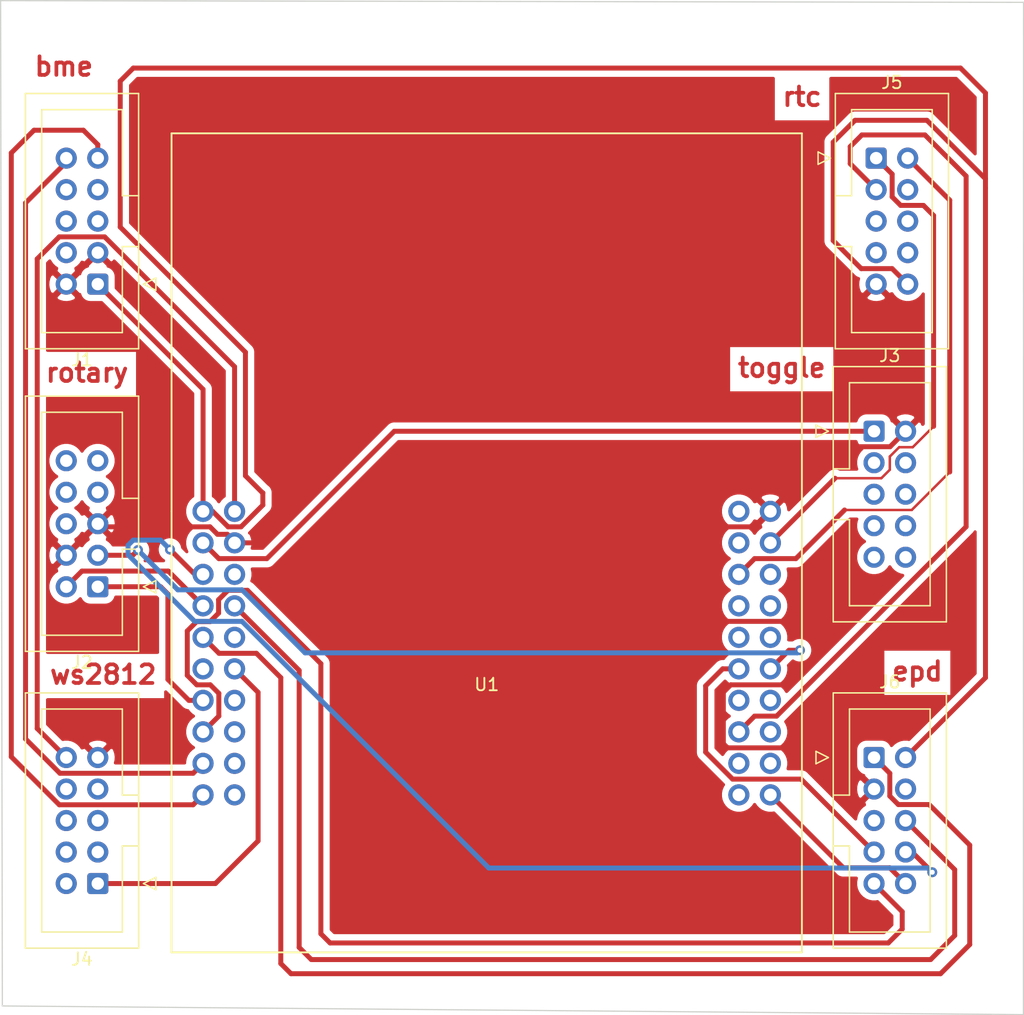
<source format=kicad_pcb>
(kicad_pcb (version 20171130) (host pcbnew 5.1.8+dfsg1-1+b1)

  (general
    (thickness 1.6)
    (drawings 10)
    (tracks 193)
    (zones 0)
    (modules 7)
    (nets 20)
  )

  (page A4)
  (layers
    (0 F.Cu signal)
    (31 B.Cu signal)
    (32 B.Adhes user)
    (33 F.Adhes user)
    (34 B.Paste user)
    (35 F.Paste user)
    (36 B.SilkS user)
    (37 F.SilkS user)
    (38 B.Mask user)
    (39 F.Mask user)
    (40 Dwgs.User user)
    (41 Cmts.User user)
    (42 Eco1.User user)
    (43 Eco2.User user)
    (44 Edge.Cuts user)
    (45 Margin user)
    (46 B.CrtYd user)
    (47 F.CrtYd user)
    (48 B.Fab user)
    (49 F.Fab user)
  )

  (setup
    (last_trace_width 0.4)
    (trace_clearance 0.2)
    (zone_clearance 0.508)
    (zone_45_only no)
    (trace_min 0.2)
    (via_size 0.8)
    (via_drill 0.4)
    (via_min_size 0.4)
    (via_min_drill 0.3)
    (uvia_size 0.3)
    (uvia_drill 0.1)
    (uvias_allowed no)
    (uvia_min_size 0.2)
    (uvia_min_drill 0.1)
    (edge_width 0.05)
    (segment_width 0.2)
    (pcb_text_width 0.3)
    (pcb_text_size 1.5 1.5)
    (mod_edge_width 0.12)
    (mod_text_size 1 1)
    (mod_text_width 0.15)
    (pad_size 1.524 1.524)
    (pad_drill 0.762)
    (pad_to_mask_clearance 0)
    (aux_axis_origin 0 0)
    (visible_elements FFFFFF7F)
    (pcbplotparams
      (layerselection 0x010fc_ffffffff)
      (usegerberextensions false)
      (usegerberattributes true)
      (usegerberadvancedattributes true)
      (creategerberjobfile true)
      (excludeedgelayer true)
      (linewidth 0.100000)
      (plotframeref false)
      (viasonmask false)
      (mode 1)
      (useauxorigin false)
      (hpglpennumber 1)
      (hpglpenspeed 20)
      (hpglpendiameter 15.000000)
      (psnegative false)
      (psa4output false)
      (plotreference true)
      (plotvalue true)
      (plotinvisibletext false)
      (padsonsilk false)
      (subtractmaskfromsilk false)
      (outputformat 1)
      (mirror false)
      (drillshape 1)
      (scaleselection 1)
      (outputdirectory ""))
  )

  (net 0 "")
  (net 1 pa6_i2c1_bme680_scl)
  (net 2 GND)
  (net 3 pa6_i2c1_bme680_sda)
  (net 4 +3V3)
  (net 5 pb1_rotary_pa)
  (net 6 pb7_rotary_switch)
  (net 7 pb4_rotary_pb)
  (net 8 "Net-(J3-Pad1)")
  (net 9 +5V)
  (net 10 pd3_ssi1_ws2812_mosi)
  (net 11 pb3_i2c0_rtc_sda)
  (net 12 pd6_rtc_int_sqw)
  (net 13 pb2_i2c0_rtc_scl)
  (net 14 pa2_ssi0_mosi)
  (net 15 pb0_epd_busy)
  (net 16 pd1_epd_rst)
  (net 17 pa2_ssi0_sck)
  (net 18 pc6_epd_cs)
  (net 19 pe4_epd_dc)

  (net_class Default "This is the default net class."
    (clearance 0.2)
    (trace_width 0.4)
    (via_dia 0.8)
    (via_drill 0.4)
    (uvia_dia 0.3)
    (uvia_drill 0.1)
    (add_net +3V3)
    (add_net +5V)
    (add_net GND)
    (add_net "Net-(J1-Pad4)")
    (add_net "Net-(J1-Pad5)")
    (add_net "Net-(J1-Pad6)")
    (add_net "Net-(J1-Pad7)")
    (add_net "Net-(J1-Pad8)")
    (add_net "Net-(J2-Pad10)")
    (add_net "Net-(J2-Pad6)")
    (add_net "Net-(J2-Pad7)")
    (add_net "Net-(J2-Pad8)")
    (add_net "Net-(J2-Pad9)")
    (add_net "Net-(J3-Pad1)")
    (add_net "Net-(J4-Pad2)")
    (add_net "Net-(J4-Pad3)")
    (add_net "Net-(J4-Pad4)")
    (add_net "Net-(J4-Pad5)")
    (add_net "Net-(J4-Pad6)")
    (add_net "Net-(J4-Pad7)")
    (add_net "Net-(J4-Pad8)")
    (add_net "Net-(J5-Pad4)")
    (add_net "Net-(J5-Pad5)")
    (add_net "Net-(J5-Pad6)")
    (add_net "Net-(J5-Pad7)")
    (add_net "Net-(J5-Pad8)")
    (add_net "Net-(J6-Pad4)")
    (add_net "Net-(J6-Pad5)")
    (add_net "Net-(U1-Pad1.6)")
    (add_net "Net-(U1-Pad2.3)")
    (add_net "Net-(U1-Pad2.4)")
    (add_net "Net-(U1-Pad2.5)")
    (add_net "Net-(U1-Pad2.7)")
    (add_net "Net-(U1-Pad2.8)")
    (add_net "Net-(U1-Pad2.9)")
    (add_net "Net-(U1-Pad3.10)")
    (add_net "Net-(U1-Pad3.3)")
    (add_net "Net-(U1-Pad3.5)")
    (add_net "Net-(U1-Pad3.7)")
    (add_net "Net-(U1-Pad3.8)")
    (add_net "Net-(U1-Pad3.9)")
    (add_net "Net-(U1-Pad4.1)")
    (add_net "Net-(U1-Pad4.10)")
    (add_net "Net-(U1-Pad4.2)")
    (add_net "Net-(U1-Pad4.4)")
    (add_net "Net-(U1-Pad4.5)")
    (add_net "Net-(U1-Pad4.7)")
    (add_net "Net-(U1-Pad4.9)")
    (add_net pa2_ssi0_mosi)
    (add_net pa2_ssi0_sck)
    (add_net pa6_i2c1_bme680_scl)
    (add_net pa6_i2c1_bme680_sda)
    (add_net pb0_epd_busy)
    (add_net pb1_rotary_pa)
    (add_net pb2_i2c0_rtc_scl)
    (add_net pb3_i2c0_rtc_sda)
    (add_net pb4_rotary_pb)
    (add_net pb7_rotary_switch)
    (add_net pc6_epd_cs)
    (add_net pd1_epd_rst)
    (add_net pd3_ssi1_ws2812_mosi)
    (add_net pd6_rtc_int_sqw)
    (add_net pe4_epd_dc)
  )

  (module custom:Launchpad_4x10 (layer F.Cu) (tedit 5ED969D1) (tstamp 5FD1004E)
    (at 94.625 96.72)
    (descr "Texas Instruments Tiva-C TM4C123 / Stellaris LM4F120 Launchpad")
    (path /5FD16A49)
    (fp_text reference U1 (at 0 2.54) (layer F.SilkS)
      (effects (font (size 1 1) (thickness 0.15)))
    )
    (fp_text value EK-TM4C123GXL (at 0 -2.54) (layer F.Fab)
      (effects (font (size 1 1) (thickness 0.15)))
    )
    (fp_line (start -25.4 -41.91) (end -25.4 -11.43) (layer F.SilkS) (width 0.15))
    (fp_line (start 25.4 -41.91) (end -25.4 -41.91) (layer F.SilkS) (width 0.15))
    (fp_line (start 25.4 24.13) (end 25.4 -41.91) (layer F.SilkS) (width 0.15))
    (fp_line (start -25.4 24.13) (end 25.4 24.13) (layer F.SilkS) (width 0.15))
    (fp_line (start -25.4 -11.43) (end -25.4 24.13) (layer F.SilkS) (width 0.15))
    (pad 2.10 thru_hole circle (at 22.86 11.43) (size 1.7018 1.7018) (drill 1.016) (layers *.Cu *.Mask)
      (net 14 pa2_ssi0_mosi))
    (pad 2.9 thru_hole circle (at 22.86 8.89) (size 1.7018 1.7018) (drill 1.016) (layers *.Cu *.Mask))
    (pad 2.8 thru_hole circle (at 22.86 6.35) (size 1.7018 1.7018) (drill 1.016) (layers *.Cu *.Mask))
    (pad 2.7 thru_hole circle (at 22.86 3.81) (size 1.7018 1.7018) (drill 1.016) (layers *.Cu *.Mask))
    (pad 2.6 thru_hole circle (at 22.86 1.27) (size 1.7018 1.7018) (drill 1.016) (layers *.Cu *.Mask)
      (net 6 pb7_rotary_switch))
    (pad 2.5 thru_hole circle (at 22.86 -1.27) (size 1.7018 1.7018) (drill 1.016) (layers *.Cu *.Mask))
    (pad 2.4 thru_hole circle (at 22.86 -3.81) (size 1.7018 1.7018) (drill 1.016) (layers *.Cu *.Mask))
    (pad 2.3 thru_hole circle (at 22.86 -6.35) (size 1.7018 1.7018) (drill 1.016) (layers *.Cu *.Mask))
    (pad 2.2 thru_hole circle (at 22.86 -8.89) (size 1.7018 1.7018) (drill 1.016) (layers *.Cu *.Mask)
      (net 13 pb2_i2c0_rtc_scl))
    (pad 2.1 thru_hole circle (at 22.86 -11.43) (size 1.7018 1.7018) (drill 1.016) (layers *.Cu *.Mask)
      (net 2 GND))
    (pad 4.10 thru_hole circle (at 20.32 11.43) (size 1.7018 1.7018) (drill 1.016) (layers *.Cu *.Mask))
    (pad 4.9 thru_hole circle (at 20.32 8.89) (size 1.7018 1.7018) (drill 1.016) (layers *.Cu *.Mask))
    (pad 4.8 thru_hole circle (at 20.32 6.35) (size 1.7018 1.7018) (drill 1.016) (layers *.Cu *.Mask)
      (net 12 pd6_rtc_int_sqw))
    (pad 4.7 thru_hole circle (at 20.32 3.81) (size 1.7018 1.7018) (drill 1.016) (layers *.Cu *.Mask))
    (pad 4.6 thru_hole circle (at 20.32 1.27) (size 1.7018 1.7018) (drill 1.016) (layers *.Cu *.Mask)
      (net 18 pc6_epd_cs))
    (pad 4.5 thru_hole circle (at 20.32 -1.27) (size 1.7018 1.7018) (drill 1.016) (layers *.Cu *.Mask))
    (pad 4.4 thru_hole circle (at 20.32 -3.81) (size 1.7018 1.7018) (drill 1.016) (layers *.Cu *.Mask))
    (pad 4.3 thru_hole circle (at 20.32 -6.35) (size 1.7018 1.7018) (drill 1.016) (layers *.Cu *.Mask)
      (net 11 pb3_i2c0_rtc_sda))
    (pad 4.2 thru_hole circle (at 20.32 -8.89) (size 1.7018 1.7018) (drill 1.016) (layers *.Cu *.Mask))
    (pad 4.1 thru_hole circle (at 20.32 -11.43) (size 1.7018 1.7018) (drill 1.016) (layers *.Cu *.Mask))
    (pad 3.1 thru_hole circle (at -20.32 -11.43) (size 1.7018 1.7018) (drill 1.016) (layers *.Cu *.Mask)
      (net 9 +5V))
    (pad 3.4 thru_hole circle (at -20.32 -3.81) (size 1.7018 1.7018) (drill 1.016) (layers *.Cu *.Mask)
      (net 16 pd1_epd_rst))
    (pad 3.6 thru_hole circle (at -20.32 1.27) (size 1.7018 1.7018) (drill 1.016) (layers *.Cu *.Mask)
      (net 10 pd3_ssi1_ws2812_mosi))
    (pad 3.8 thru_hole circle (at -20.32 6.35) (size 1.7018 1.7018) (drill 1.016) (layers *.Cu *.Mask))
    (pad 3.9 thru_hole circle (at -20.32 8.89) (size 1.7018 1.7018) (drill 1.016) (layers *.Cu *.Mask))
    (pad 3.10 thru_hole circle (at -20.32 11.43) (size 1.7018 1.7018) (drill 1.016) (layers *.Cu *.Mask))
    (pad 3.7 thru_hole circle (at -20.32 3.81) (size 1.7018 1.7018) (drill 1.016) (layers *.Cu *.Mask))
    (pad 3.5 thru_hole circle (at -20.32 -1.27) (size 1.7018 1.7018) (drill 1.016) (layers *.Cu *.Mask))
    (pad 3.2 thru_hole circle (at -20.32 -8.89) (size 1.7018 1.7018) (drill 1.016) (layers *.Cu *.Mask)
      (net 2 GND))
    (pad 3.3 thru_hole circle (at -20.32 -6.35) (size 1.7018 1.7018) (drill 1.016) (layers *.Cu *.Mask))
    (pad 1.10 thru_hole circle (at -22.86 11.43) (size 1.7018 1.7018) (drill 1.016) (layers *.Cu *.Mask)
      (net 3 pa6_i2c1_bme680_sda))
    (pad 1.9 thru_hole circle (at -22.86 8.89) (size 1.7018 1.7018) (drill 1.016) (layers *.Cu *.Mask)
      (net 1 pa6_i2c1_bme680_scl))
    (pad 1.8 thru_hole circle (at -22.86 6.35) (size 1.7018 1.7018) (drill 1.016) (layers *.Cu *.Mask)
      (net 17 pa2_ssi0_sck))
    (pad 1.7 thru_hole circle (at -22.86 3.81) (size 1.7018 1.7018) (drill 1.016) (layers *.Cu *.Mask)
      (net 7 pb4_rotary_pb))
    (pad 1.6 thru_hole circle (at -22.86 1.27) (size 1.7018 1.7018) (drill 1.016) (layers *.Cu *.Mask))
    (pad 1.5 thru_hole circle (at -22.86 -1.27) (size 1.7018 1.7018) (drill 1.016) (layers *.Cu *.Mask)
      (net 19 pe4_epd_dc))
    (pad 1.4 thru_hole circle (at -22.86 -3.81) (size 1.7018 1.7018) (drill 1.016) (layers *.Cu *.Mask)
      (net 5 pb1_rotary_pa))
    (pad 1.3 thru_hole circle (at -22.86 -6.35) (size 1.7018 1.7018) (drill 1.016) (layers *.Cu *.Mask)
      (net 15 pb0_epd_busy))
    (pad 1.2 thru_hole circle (at -22.86 -8.89) (size 1.7018 1.7018) (drill 1.016) (layers *.Cu *.Mask)
      (net 8 "Net-(J3-Pad1)"))
    (pad 1.1 thru_hole circle (at -22.86 -11.43) (size 1.7018 1.7018) (drill 1.016) (layers *.Cu *.Mask)
      (net 4 +3V3))
  )

  (module Connector_IDC:IDC-Header_2x05_P2.54mm_Vertical (layer F.Cu) (tedit 5EAC9A07) (tstamp 5FD1001D)
    (at 125.84 105.14)
    (descr "Through hole IDC box header, 2x05, 2.54mm pitch, DIN 41651 / IEC 60603-13, double rows, https://docs.google.com/spreadsheets/d/16SsEcesNF15N3Lb4niX7dcUr-NY5_MFPQhobNuNppn4/edit#gid=0")
    (tags "Through hole vertical IDC box header THT 2x05 2.54mm double row")
    (path /5FD25B96)
    (fp_text reference J6 (at 1.27 -6.1) (layer F.SilkS)
      (effects (font (size 1 1) (thickness 0.15)))
    )
    (fp_text value epd_conn (at 1.27 16.26) (layer F.Fab)
      (effects (font (size 1 1) (thickness 0.15)))
    )
    (fp_line (start 6.22 -5.6) (end -3.68 -5.6) (layer F.CrtYd) (width 0.05))
    (fp_line (start 6.22 15.76) (end 6.22 -5.6) (layer F.CrtYd) (width 0.05))
    (fp_line (start -3.68 15.76) (end 6.22 15.76) (layer F.CrtYd) (width 0.05))
    (fp_line (start -3.68 -5.6) (end -3.68 15.76) (layer F.CrtYd) (width 0.05))
    (fp_line (start -4.68 0.5) (end -3.68 0) (layer F.SilkS) (width 0.12))
    (fp_line (start -4.68 -0.5) (end -4.68 0.5) (layer F.SilkS) (width 0.12))
    (fp_line (start -3.68 0) (end -4.68 -0.5) (layer F.SilkS) (width 0.12))
    (fp_line (start -1.98 7.13) (end -3.29 7.13) (layer F.SilkS) (width 0.12))
    (fp_line (start -1.98 7.13) (end -1.98 7.13) (layer F.SilkS) (width 0.12))
    (fp_line (start -1.98 14.07) (end -1.98 7.13) (layer F.SilkS) (width 0.12))
    (fp_line (start 4.52 14.07) (end -1.98 14.07) (layer F.SilkS) (width 0.12))
    (fp_line (start 4.52 -3.91) (end 4.52 14.07) (layer F.SilkS) (width 0.12))
    (fp_line (start -1.98 -3.91) (end 4.52 -3.91) (layer F.SilkS) (width 0.12))
    (fp_line (start -1.98 3.03) (end -1.98 -3.91) (layer F.SilkS) (width 0.12))
    (fp_line (start -3.29 3.03) (end -1.98 3.03) (layer F.SilkS) (width 0.12))
    (fp_line (start -3.29 15.37) (end -3.29 -5.21) (layer F.SilkS) (width 0.12))
    (fp_line (start 5.83 15.37) (end -3.29 15.37) (layer F.SilkS) (width 0.12))
    (fp_line (start 5.83 -5.21) (end 5.83 15.37) (layer F.SilkS) (width 0.12))
    (fp_line (start -3.29 -5.21) (end 5.83 -5.21) (layer F.SilkS) (width 0.12))
    (fp_line (start -1.98 7.13) (end -3.18 7.13) (layer F.Fab) (width 0.1))
    (fp_line (start -1.98 7.13) (end -1.98 7.13) (layer F.Fab) (width 0.1))
    (fp_line (start -1.98 14.07) (end -1.98 7.13) (layer F.Fab) (width 0.1))
    (fp_line (start 4.52 14.07) (end -1.98 14.07) (layer F.Fab) (width 0.1))
    (fp_line (start 4.52 -3.91) (end 4.52 14.07) (layer F.Fab) (width 0.1))
    (fp_line (start -1.98 -3.91) (end 4.52 -3.91) (layer F.Fab) (width 0.1))
    (fp_line (start -1.98 3.03) (end -1.98 -3.91) (layer F.Fab) (width 0.1))
    (fp_line (start -3.18 3.03) (end -1.98 3.03) (layer F.Fab) (width 0.1))
    (fp_line (start -3.18 15.26) (end -3.18 -4.1) (layer F.Fab) (width 0.1))
    (fp_line (start 5.72 15.26) (end -3.18 15.26) (layer F.Fab) (width 0.1))
    (fp_line (start 5.72 -5.1) (end 5.72 15.26) (layer F.Fab) (width 0.1))
    (fp_line (start -2.18 -5.1) (end 5.72 -5.1) (layer F.Fab) (width 0.1))
    (fp_line (start -3.18 -4.1) (end -2.18 -5.1) (layer F.Fab) (width 0.1))
    (fp_text user %R (at 1.27 5.08 90) (layer F.Fab)
      (effects (font (size 1 1) (thickness 0.15)))
    )
    (pad 10 thru_hole circle (at 2.54 10.16) (size 1.7 1.7) (drill 1) (layers *.Cu *.Mask)
      (net 14 pa2_ssi0_mosi))
    (pad 8 thru_hole circle (at 2.54 7.62) (size 1.7 1.7) (drill 1) (layers *.Cu *.Mask)
      (net 15 pb0_epd_busy))
    (pad 6 thru_hole circle (at 2.54 5.08) (size 1.7 1.7) (drill 1) (layers *.Cu *.Mask)
      (net 16 pd1_epd_rst))
    (pad 4 thru_hole circle (at 2.54 2.54) (size 1.7 1.7) (drill 1) (layers *.Cu *.Mask))
    (pad 2 thru_hole circle (at 2.54 0) (size 1.7 1.7) (drill 1) (layers *.Cu *.Mask)
      (net 4 +3V3))
    (pad 9 thru_hole circle (at 0 10.16) (size 1.7 1.7) (drill 1) (layers *.Cu *.Mask)
      (net 17 pa2_ssi0_sck))
    (pad 7 thru_hole circle (at 0 7.62) (size 1.7 1.7) (drill 1) (layers *.Cu *.Mask)
      (net 18 pc6_epd_cs))
    (pad 5 thru_hole circle (at 0 5.08) (size 1.7 1.7) (drill 1) (layers *.Cu *.Mask))
    (pad 3 thru_hole circle (at 0 2.54) (size 1.7 1.7) (drill 1) (layers *.Cu *.Mask)
      (net 2 GND))
    (pad 1 thru_hole roundrect (at 0 0) (size 1.7 1.7) (drill 1) (layers *.Cu *.Mask) (roundrect_rratio 0.147059)
      (net 19 pe4_epd_dc))
    (model ${KISYS3DMOD}/Connector_IDC.3dshapes/IDC-Header_2x05_P2.54mm_Vertical.wrl
      (at (xyz 0 0 0))
      (scale (xyz 1 1 1))
      (rotate (xyz 0 0 0))
    )
  )

  (module Connector_IDC:IDC-Header_2x05_P2.54mm_Vertical (layer F.Cu) (tedit 5EAC9A07) (tstamp 5FD0FFEE)
    (at 126.01 56.81)
    (descr "Through hole IDC box header, 2x05, 2.54mm pitch, DIN 41651 / IEC 60603-13, double rows, https://docs.google.com/spreadsheets/d/16SsEcesNF15N3Lb4niX7dcUr-NY5_MFPQhobNuNppn4/edit#gid=0")
    (tags "Through hole vertical IDC box header THT 2x05 2.54mm double row")
    (path /5FD4427B)
    (fp_text reference J5 (at 1.27 -6.1) (layer F.SilkS)
      (effects (font (size 1 1) (thickness 0.15)))
    )
    (fp_text value rtc_conn (at 1.27 16.26) (layer F.Fab)
      (effects (font (size 1 1) (thickness 0.15)))
    )
    (fp_line (start 6.22 -5.6) (end -3.68 -5.6) (layer F.CrtYd) (width 0.05))
    (fp_line (start 6.22 15.76) (end 6.22 -5.6) (layer F.CrtYd) (width 0.05))
    (fp_line (start -3.68 15.76) (end 6.22 15.76) (layer F.CrtYd) (width 0.05))
    (fp_line (start -3.68 -5.6) (end -3.68 15.76) (layer F.CrtYd) (width 0.05))
    (fp_line (start -4.68 0.5) (end -3.68 0) (layer F.SilkS) (width 0.12))
    (fp_line (start -4.68 -0.5) (end -4.68 0.5) (layer F.SilkS) (width 0.12))
    (fp_line (start -3.68 0) (end -4.68 -0.5) (layer F.SilkS) (width 0.12))
    (fp_line (start -1.98 7.13) (end -3.29 7.13) (layer F.SilkS) (width 0.12))
    (fp_line (start -1.98 7.13) (end -1.98 7.13) (layer F.SilkS) (width 0.12))
    (fp_line (start -1.98 14.07) (end -1.98 7.13) (layer F.SilkS) (width 0.12))
    (fp_line (start 4.52 14.07) (end -1.98 14.07) (layer F.SilkS) (width 0.12))
    (fp_line (start 4.52 -3.91) (end 4.52 14.07) (layer F.SilkS) (width 0.12))
    (fp_line (start -1.98 -3.91) (end 4.52 -3.91) (layer F.SilkS) (width 0.12))
    (fp_line (start -1.98 3.03) (end -1.98 -3.91) (layer F.SilkS) (width 0.12))
    (fp_line (start -3.29 3.03) (end -1.98 3.03) (layer F.SilkS) (width 0.12))
    (fp_line (start -3.29 15.37) (end -3.29 -5.21) (layer F.SilkS) (width 0.12))
    (fp_line (start 5.83 15.37) (end -3.29 15.37) (layer F.SilkS) (width 0.12))
    (fp_line (start 5.83 -5.21) (end 5.83 15.37) (layer F.SilkS) (width 0.12))
    (fp_line (start -3.29 -5.21) (end 5.83 -5.21) (layer F.SilkS) (width 0.12))
    (fp_line (start -1.98 7.13) (end -3.18 7.13) (layer F.Fab) (width 0.1))
    (fp_line (start -1.98 7.13) (end -1.98 7.13) (layer F.Fab) (width 0.1))
    (fp_line (start -1.98 14.07) (end -1.98 7.13) (layer F.Fab) (width 0.1))
    (fp_line (start 4.52 14.07) (end -1.98 14.07) (layer F.Fab) (width 0.1))
    (fp_line (start 4.52 -3.91) (end 4.52 14.07) (layer F.Fab) (width 0.1))
    (fp_line (start -1.98 -3.91) (end 4.52 -3.91) (layer F.Fab) (width 0.1))
    (fp_line (start -1.98 3.03) (end -1.98 -3.91) (layer F.Fab) (width 0.1))
    (fp_line (start -3.18 3.03) (end -1.98 3.03) (layer F.Fab) (width 0.1))
    (fp_line (start -3.18 15.26) (end -3.18 -4.1) (layer F.Fab) (width 0.1))
    (fp_line (start 5.72 15.26) (end -3.18 15.26) (layer F.Fab) (width 0.1))
    (fp_line (start 5.72 -5.1) (end 5.72 15.26) (layer F.Fab) (width 0.1))
    (fp_line (start -2.18 -5.1) (end 5.72 -5.1) (layer F.Fab) (width 0.1))
    (fp_line (start -3.18 -4.1) (end -2.18 -5.1) (layer F.Fab) (width 0.1))
    (fp_text user %R (at 1.27 5.08 90) (layer F.Fab)
      (effects (font (size 1 1) (thickness 0.15)))
    )
    (pad 10 thru_hole circle (at 2.54 10.16) (size 1.7 1.7) (drill 1) (layers *.Cu *.Mask)
      (net 4 +3V3))
    (pad 8 thru_hole circle (at 2.54 7.62) (size 1.7 1.7) (drill 1) (layers *.Cu *.Mask))
    (pad 6 thru_hole circle (at 2.54 5.08) (size 1.7 1.7) (drill 1) (layers *.Cu *.Mask))
    (pad 4 thru_hole circle (at 2.54 2.54) (size 1.7 1.7) (drill 1) (layers *.Cu *.Mask))
    (pad 2 thru_hole circle (at 2.54 0) (size 1.7 1.7) (drill 1) (layers *.Cu *.Mask)
      (net 11 pb3_i2c0_rtc_sda))
    (pad 9 thru_hole circle (at 0 10.16) (size 1.7 1.7) (drill 1) (layers *.Cu *.Mask)
      (net 2 GND))
    (pad 7 thru_hole circle (at 0 7.62) (size 1.7 1.7) (drill 1) (layers *.Cu *.Mask))
    (pad 5 thru_hole circle (at 0 5.08) (size 1.7 1.7) (drill 1) (layers *.Cu *.Mask))
    (pad 3 thru_hole circle (at 0 2.54) (size 1.7 1.7) (drill 1) (layers *.Cu *.Mask)
      (net 12 pd6_rtc_int_sqw))
    (pad 1 thru_hole roundrect (at 0 0) (size 1.7 1.7) (drill 1) (layers *.Cu *.Mask) (roundrect_rratio 0.147059)
      (net 13 pb2_i2c0_rtc_scl))
    (model ${KISYS3DMOD}/Connector_IDC.3dshapes/IDC-Header_2x05_P2.54mm_Vertical.wrl
      (at (xyz 0 0 0))
      (scale (xyz 1 1 1))
      (rotate (xyz 0 0 0))
    )
  )

  (module Connector_IDC:IDC-Header_2x05_P2.54mm_Vertical (layer F.Cu) (tedit 5EAC9A07) (tstamp 5FD0FFBF)
    (at 63.28 115.3 180)
    (descr "Through hole IDC box header, 2x05, 2.54mm pitch, DIN 41651 / IEC 60603-13, double rows, https://docs.google.com/spreadsheets/d/16SsEcesNF15N3Lb4niX7dcUr-NY5_MFPQhobNuNppn4/edit#gid=0")
    (tags "Through hole vertical IDC box header THT 2x05 2.54mm double row")
    (path /5FD4B85E)
    (fp_text reference J4 (at 1.27 -6.1) (layer F.SilkS)
      (effects (font (size 1 1) (thickness 0.15)))
    )
    (fp_text value ws2812_conn (at 1.27 16.26) (layer F.Fab)
      (effects (font (size 1 1) (thickness 0.15)))
    )
    (fp_line (start 6.22 -5.6) (end -3.68 -5.6) (layer F.CrtYd) (width 0.05))
    (fp_line (start 6.22 15.76) (end 6.22 -5.6) (layer F.CrtYd) (width 0.05))
    (fp_line (start -3.68 15.76) (end 6.22 15.76) (layer F.CrtYd) (width 0.05))
    (fp_line (start -3.68 -5.6) (end -3.68 15.76) (layer F.CrtYd) (width 0.05))
    (fp_line (start -4.68 0.5) (end -3.68 0) (layer F.SilkS) (width 0.12))
    (fp_line (start -4.68 -0.5) (end -4.68 0.5) (layer F.SilkS) (width 0.12))
    (fp_line (start -3.68 0) (end -4.68 -0.5) (layer F.SilkS) (width 0.12))
    (fp_line (start -1.98 7.13) (end -3.29 7.13) (layer F.SilkS) (width 0.12))
    (fp_line (start -1.98 7.13) (end -1.98 7.13) (layer F.SilkS) (width 0.12))
    (fp_line (start -1.98 14.07) (end -1.98 7.13) (layer F.SilkS) (width 0.12))
    (fp_line (start 4.52 14.07) (end -1.98 14.07) (layer F.SilkS) (width 0.12))
    (fp_line (start 4.52 -3.91) (end 4.52 14.07) (layer F.SilkS) (width 0.12))
    (fp_line (start -1.98 -3.91) (end 4.52 -3.91) (layer F.SilkS) (width 0.12))
    (fp_line (start -1.98 3.03) (end -1.98 -3.91) (layer F.SilkS) (width 0.12))
    (fp_line (start -3.29 3.03) (end -1.98 3.03) (layer F.SilkS) (width 0.12))
    (fp_line (start -3.29 15.37) (end -3.29 -5.21) (layer F.SilkS) (width 0.12))
    (fp_line (start 5.83 15.37) (end -3.29 15.37) (layer F.SilkS) (width 0.12))
    (fp_line (start 5.83 -5.21) (end 5.83 15.37) (layer F.SilkS) (width 0.12))
    (fp_line (start -3.29 -5.21) (end 5.83 -5.21) (layer F.SilkS) (width 0.12))
    (fp_line (start -1.98 7.13) (end -3.18 7.13) (layer F.Fab) (width 0.1))
    (fp_line (start -1.98 7.13) (end -1.98 7.13) (layer F.Fab) (width 0.1))
    (fp_line (start -1.98 14.07) (end -1.98 7.13) (layer F.Fab) (width 0.1))
    (fp_line (start 4.52 14.07) (end -1.98 14.07) (layer F.Fab) (width 0.1))
    (fp_line (start 4.52 -3.91) (end 4.52 14.07) (layer F.Fab) (width 0.1))
    (fp_line (start -1.98 -3.91) (end 4.52 -3.91) (layer F.Fab) (width 0.1))
    (fp_line (start -1.98 3.03) (end -1.98 -3.91) (layer F.Fab) (width 0.1))
    (fp_line (start -3.18 3.03) (end -1.98 3.03) (layer F.Fab) (width 0.1))
    (fp_line (start -3.18 15.26) (end -3.18 -4.1) (layer F.Fab) (width 0.1))
    (fp_line (start 5.72 15.26) (end -3.18 15.26) (layer F.Fab) (width 0.1))
    (fp_line (start 5.72 -5.1) (end 5.72 15.26) (layer F.Fab) (width 0.1))
    (fp_line (start -2.18 -5.1) (end 5.72 -5.1) (layer F.Fab) (width 0.1))
    (fp_line (start -3.18 -4.1) (end -2.18 -5.1) (layer F.Fab) (width 0.1))
    (fp_text user %R (at 1.27 5.08 90) (layer F.Fab)
      (effects (font (size 1 1) (thickness 0.15)))
    )
    (pad 10 thru_hole circle (at 2.54 10.16 180) (size 1.7 1.7) (drill 1) (layers *.Cu *.Mask)
      (net 9 +5V))
    (pad 8 thru_hole circle (at 2.54 7.62 180) (size 1.7 1.7) (drill 1) (layers *.Cu *.Mask))
    (pad 6 thru_hole circle (at 2.54 5.08 180) (size 1.7 1.7) (drill 1) (layers *.Cu *.Mask))
    (pad 4 thru_hole circle (at 2.54 2.54 180) (size 1.7 1.7) (drill 1) (layers *.Cu *.Mask))
    (pad 2 thru_hole circle (at 2.54 0 180) (size 1.7 1.7) (drill 1) (layers *.Cu *.Mask))
    (pad 9 thru_hole circle (at 0 10.16 180) (size 1.7 1.7) (drill 1) (layers *.Cu *.Mask)
      (net 2 GND))
    (pad 7 thru_hole circle (at 0 7.62 180) (size 1.7 1.7) (drill 1) (layers *.Cu *.Mask))
    (pad 5 thru_hole circle (at 0 5.08 180) (size 1.7 1.7) (drill 1) (layers *.Cu *.Mask))
    (pad 3 thru_hole circle (at 0 2.54 180) (size 1.7 1.7) (drill 1) (layers *.Cu *.Mask))
    (pad 1 thru_hole roundrect (at 0 0 180) (size 1.7 1.7) (drill 1) (layers *.Cu *.Mask) (roundrect_rratio 0.147059)
      (net 10 pd3_ssi1_ws2812_mosi))
    (model ${KISYS3DMOD}/Connector_IDC.3dshapes/IDC-Header_2x05_P2.54mm_Vertical.wrl
      (at (xyz 0 0 0))
      (scale (xyz 1 1 1))
      (rotate (xyz 0 0 0))
    )
  )

  (module Connector_IDC:IDC-Header_2x05_P2.54mm_Vertical (layer F.Cu) (tedit 5EAC9A07) (tstamp 5FD0FF90)
    (at 125.84 78.83)
    (descr "Through hole IDC box header, 2x05, 2.54mm pitch, DIN 41651 / IEC 60603-13, double rows, https://docs.google.com/spreadsheets/d/16SsEcesNF15N3Lb4niX7dcUr-NY5_MFPQhobNuNppn4/edit#gid=0")
    (tags "Through hole vertical IDC box header THT 2x05 2.54mm double row")
    (path /5FD5974D)
    (fp_text reference J3 (at 1.27 -6.1) (layer F.SilkS)
      (effects (font (size 1 1) (thickness 0.15)))
    )
    (fp_text value toggle_conn (at 1.27 16.26) (layer F.Fab)
      (effects (font (size 1 1) (thickness 0.15)))
    )
    (fp_line (start 6.22 -5.6) (end -3.68 -5.6) (layer F.CrtYd) (width 0.05))
    (fp_line (start 6.22 15.76) (end 6.22 -5.6) (layer F.CrtYd) (width 0.05))
    (fp_line (start -3.68 15.76) (end 6.22 15.76) (layer F.CrtYd) (width 0.05))
    (fp_line (start -3.68 -5.6) (end -3.68 15.76) (layer F.CrtYd) (width 0.05))
    (fp_line (start -4.68 0.5) (end -3.68 0) (layer F.SilkS) (width 0.12))
    (fp_line (start -4.68 -0.5) (end -4.68 0.5) (layer F.SilkS) (width 0.12))
    (fp_line (start -3.68 0) (end -4.68 -0.5) (layer F.SilkS) (width 0.12))
    (fp_line (start -1.98 7.13) (end -3.29 7.13) (layer F.SilkS) (width 0.12))
    (fp_line (start -1.98 7.13) (end -1.98 7.13) (layer F.SilkS) (width 0.12))
    (fp_line (start -1.98 14.07) (end -1.98 7.13) (layer F.SilkS) (width 0.12))
    (fp_line (start 4.52 14.07) (end -1.98 14.07) (layer F.SilkS) (width 0.12))
    (fp_line (start 4.52 -3.91) (end 4.52 14.07) (layer F.SilkS) (width 0.12))
    (fp_line (start -1.98 -3.91) (end 4.52 -3.91) (layer F.SilkS) (width 0.12))
    (fp_line (start -1.98 3.03) (end -1.98 -3.91) (layer F.SilkS) (width 0.12))
    (fp_line (start -3.29 3.03) (end -1.98 3.03) (layer F.SilkS) (width 0.12))
    (fp_line (start -3.29 15.37) (end -3.29 -5.21) (layer F.SilkS) (width 0.12))
    (fp_line (start 5.83 15.37) (end -3.29 15.37) (layer F.SilkS) (width 0.12))
    (fp_line (start 5.83 -5.21) (end 5.83 15.37) (layer F.SilkS) (width 0.12))
    (fp_line (start -3.29 -5.21) (end 5.83 -5.21) (layer F.SilkS) (width 0.12))
    (fp_line (start -1.98 7.13) (end -3.18 7.13) (layer F.Fab) (width 0.1))
    (fp_line (start -1.98 7.13) (end -1.98 7.13) (layer F.Fab) (width 0.1))
    (fp_line (start -1.98 14.07) (end -1.98 7.13) (layer F.Fab) (width 0.1))
    (fp_line (start 4.52 14.07) (end -1.98 14.07) (layer F.Fab) (width 0.1))
    (fp_line (start 4.52 -3.91) (end 4.52 14.07) (layer F.Fab) (width 0.1))
    (fp_line (start -1.98 -3.91) (end 4.52 -3.91) (layer F.Fab) (width 0.1))
    (fp_line (start -1.98 3.03) (end -1.98 -3.91) (layer F.Fab) (width 0.1))
    (fp_line (start -3.18 3.03) (end -1.98 3.03) (layer F.Fab) (width 0.1))
    (fp_line (start -3.18 15.26) (end -3.18 -4.1) (layer F.Fab) (width 0.1))
    (fp_line (start 5.72 15.26) (end -3.18 15.26) (layer F.Fab) (width 0.1))
    (fp_line (start 5.72 -5.1) (end 5.72 15.26) (layer F.Fab) (width 0.1))
    (fp_line (start -2.18 -5.1) (end 5.72 -5.1) (layer F.Fab) (width 0.1))
    (fp_line (start -3.18 -4.1) (end -2.18 -5.1) (layer F.Fab) (width 0.1))
    (fp_text user %R (at 1.27 5.08 90) (layer F.Fab)
      (effects (font (size 1 1) (thickness 0.15)))
    )
    (pad 10 thru_hole circle (at 2.54 10.16) (size 1.7 1.7) (drill 1) (layers *.Cu *.Mask))
    (pad 8 thru_hole circle (at 2.54 7.62) (size 1.7 1.7) (drill 1) (layers *.Cu *.Mask))
    (pad 6 thru_hole circle (at 2.54 5.08) (size 1.7 1.7) (drill 1) (layers *.Cu *.Mask))
    (pad 4 thru_hole circle (at 2.54 2.54) (size 1.7 1.7) (drill 1) (layers *.Cu *.Mask))
    (pad 2 thru_hole circle (at 2.54 0) (size 1.7 1.7) (drill 1) (layers *.Cu *.Mask)
      (net 2 GND))
    (pad 9 thru_hole circle (at 0 10.16) (size 1.7 1.7) (drill 1) (layers *.Cu *.Mask))
    (pad 7 thru_hole circle (at 0 7.62) (size 1.7 1.7) (drill 1) (layers *.Cu *.Mask))
    (pad 5 thru_hole circle (at 0 5.08) (size 1.7 1.7) (drill 1) (layers *.Cu *.Mask))
    (pad 3 thru_hole circle (at 0 2.54) (size 1.7 1.7) (drill 1) (layers *.Cu *.Mask))
    (pad 1 thru_hole roundrect (at 0 0) (size 1.7 1.7) (drill 1) (layers *.Cu *.Mask) (roundrect_rratio 0.147059)
      (net 8 "Net-(J3-Pad1)"))
    (model ${KISYS3DMOD}/Connector_IDC.3dshapes/IDC-Header_2x05_P2.54mm_Vertical.wrl
      (at (xyz 0 0 0))
      (scale (xyz 1 1 1))
      (rotate (xyz 0 0 0))
    )
  )

  (module Connector_IDC:IDC-Header_2x05_P2.54mm_Vertical (layer F.Cu) (tedit 5EAC9A07) (tstamp 5FD0FF61)
    (at 63.28 91.37 180)
    (descr "Through hole IDC box header, 2x05, 2.54mm pitch, DIN 41651 / IEC 60603-13, double rows, https://docs.google.com/spreadsheets/d/16SsEcesNF15N3Lb4niX7dcUr-NY5_MFPQhobNuNppn4/edit#gid=0")
    (tags "Through hole vertical IDC box header THT 2x05 2.54mm double row")
    (path /5FD12971)
    (fp_text reference J2 (at 1.27 -6.1) (layer F.SilkS)
      (effects (font (size 1 1) (thickness 0.15)))
    )
    (fp_text value rotary_conn (at 1.27 16.26) (layer F.Fab)
      (effects (font (size 1 1) (thickness 0.15)))
    )
    (fp_line (start 6.22 -5.6) (end -3.68 -5.6) (layer F.CrtYd) (width 0.05))
    (fp_line (start 6.22 15.76) (end 6.22 -5.6) (layer F.CrtYd) (width 0.05))
    (fp_line (start -3.68 15.76) (end 6.22 15.76) (layer F.CrtYd) (width 0.05))
    (fp_line (start -3.68 -5.6) (end -3.68 15.76) (layer F.CrtYd) (width 0.05))
    (fp_line (start -4.68 0.5) (end -3.68 0) (layer F.SilkS) (width 0.12))
    (fp_line (start -4.68 -0.5) (end -4.68 0.5) (layer F.SilkS) (width 0.12))
    (fp_line (start -3.68 0) (end -4.68 -0.5) (layer F.SilkS) (width 0.12))
    (fp_line (start -1.98 7.13) (end -3.29 7.13) (layer F.SilkS) (width 0.12))
    (fp_line (start -1.98 7.13) (end -1.98 7.13) (layer F.SilkS) (width 0.12))
    (fp_line (start -1.98 14.07) (end -1.98 7.13) (layer F.SilkS) (width 0.12))
    (fp_line (start 4.52 14.07) (end -1.98 14.07) (layer F.SilkS) (width 0.12))
    (fp_line (start 4.52 -3.91) (end 4.52 14.07) (layer F.SilkS) (width 0.12))
    (fp_line (start -1.98 -3.91) (end 4.52 -3.91) (layer F.SilkS) (width 0.12))
    (fp_line (start -1.98 3.03) (end -1.98 -3.91) (layer F.SilkS) (width 0.12))
    (fp_line (start -3.29 3.03) (end -1.98 3.03) (layer F.SilkS) (width 0.12))
    (fp_line (start -3.29 15.37) (end -3.29 -5.21) (layer F.SilkS) (width 0.12))
    (fp_line (start 5.83 15.37) (end -3.29 15.37) (layer F.SilkS) (width 0.12))
    (fp_line (start 5.83 -5.21) (end 5.83 15.37) (layer F.SilkS) (width 0.12))
    (fp_line (start -3.29 -5.21) (end 5.83 -5.21) (layer F.SilkS) (width 0.12))
    (fp_line (start -1.98 7.13) (end -3.18 7.13) (layer F.Fab) (width 0.1))
    (fp_line (start -1.98 7.13) (end -1.98 7.13) (layer F.Fab) (width 0.1))
    (fp_line (start -1.98 14.07) (end -1.98 7.13) (layer F.Fab) (width 0.1))
    (fp_line (start 4.52 14.07) (end -1.98 14.07) (layer F.Fab) (width 0.1))
    (fp_line (start 4.52 -3.91) (end 4.52 14.07) (layer F.Fab) (width 0.1))
    (fp_line (start -1.98 -3.91) (end 4.52 -3.91) (layer F.Fab) (width 0.1))
    (fp_line (start -1.98 3.03) (end -1.98 -3.91) (layer F.Fab) (width 0.1))
    (fp_line (start -3.18 3.03) (end -1.98 3.03) (layer F.Fab) (width 0.1))
    (fp_line (start -3.18 15.26) (end -3.18 -4.1) (layer F.Fab) (width 0.1))
    (fp_line (start 5.72 15.26) (end -3.18 15.26) (layer F.Fab) (width 0.1))
    (fp_line (start 5.72 -5.1) (end 5.72 15.26) (layer F.Fab) (width 0.1))
    (fp_line (start -2.18 -5.1) (end 5.72 -5.1) (layer F.Fab) (width 0.1))
    (fp_line (start -3.18 -4.1) (end -2.18 -5.1) (layer F.Fab) (width 0.1))
    (fp_text user %R (at 1.27 5.08 90) (layer F.Fab)
      (effects (font (size 1 1) (thickness 0.15)))
    )
    (pad 10 thru_hole circle (at 2.54 10.16 180) (size 1.7 1.7) (drill 1) (layers *.Cu *.Mask))
    (pad 8 thru_hole circle (at 2.54 7.62 180) (size 1.7 1.7) (drill 1) (layers *.Cu *.Mask))
    (pad 6 thru_hole circle (at 2.54 5.08 180) (size 1.7 1.7) (drill 1) (layers *.Cu *.Mask))
    (pad 4 thru_hole circle (at 2.54 2.54 180) (size 1.7 1.7) (drill 1) (layers *.Cu *.Mask)
      (net 2 GND))
    (pad 2 thru_hole circle (at 2.54 0 180) (size 1.7 1.7) (drill 1) (layers *.Cu *.Mask)
      (net 5 pb1_rotary_pa))
    (pad 9 thru_hole circle (at 0 10.16 180) (size 1.7 1.7) (drill 1) (layers *.Cu *.Mask))
    (pad 7 thru_hole circle (at 0 7.62 180) (size 1.7 1.7) (drill 1) (layers *.Cu *.Mask))
    (pad 5 thru_hole circle (at 0 5.08 180) (size 1.7 1.7) (drill 1) (layers *.Cu *.Mask)
      (net 2 GND))
    (pad 3 thru_hole circle (at 0 2.54 180) (size 1.7 1.7) (drill 1) (layers *.Cu *.Mask)
      (net 6 pb7_rotary_switch))
    (pad 1 thru_hole roundrect (at 0 0 180) (size 1.7 1.7) (drill 1) (layers *.Cu *.Mask) (roundrect_rratio 0.147059)
      (net 7 pb4_rotary_pb))
    (model ${KISYS3DMOD}/Connector_IDC.3dshapes/IDC-Header_2x05_P2.54mm_Vertical.wrl
      (at (xyz 0 0 0))
      (scale (xyz 1 1 1))
      (rotate (xyz 0 0 0))
    )
  )

  (module Connector_IDC:IDC-Header_2x05_P2.54mm_Vertical (layer F.Cu) (tedit 5EAC9A07) (tstamp 5FD0FF32)
    (at 63.28 66.97 180)
    (descr "Through hole IDC box header, 2x05, 2.54mm pitch, DIN 41651 / IEC 60603-13, double rows, https://docs.google.com/spreadsheets/d/16SsEcesNF15N3Lb4niX7dcUr-NY5_MFPQhobNuNppn4/edit#gid=0")
    (tags "Through hole vertical IDC box header THT 2x05 2.54mm double row")
    (path /5FD360E9)
    (fp_text reference J1 (at 1.27 -6.1) (layer F.SilkS)
      (effects (font (size 1 1) (thickness 0.15)))
    )
    (fp_text value bme680_conn (at 1.27 16.26) (layer F.Fab)
      (effects (font (size 1 1) (thickness 0.15)))
    )
    (fp_line (start 6.22 -5.6) (end -3.68 -5.6) (layer F.CrtYd) (width 0.05))
    (fp_line (start 6.22 15.76) (end 6.22 -5.6) (layer F.CrtYd) (width 0.05))
    (fp_line (start -3.68 15.76) (end 6.22 15.76) (layer F.CrtYd) (width 0.05))
    (fp_line (start -3.68 -5.6) (end -3.68 15.76) (layer F.CrtYd) (width 0.05))
    (fp_line (start -4.68 0.5) (end -3.68 0) (layer F.SilkS) (width 0.12))
    (fp_line (start -4.68 -0.5) (end -4.68 0.5) (layer F.SilkS) (width 0.12))
    (fp_line (start -3.68 0) (end -4.68 -0.5) (layer F.SilkS) (width 0.12))
    (fp_line (start -1.98 7.13) (end -3.29 7.13) (layer F.SilkS) (width 0.12))
    (fp_line (start -1.98 7.13) (end -1.98 7.13) (layer F.SilkS) (width 0.12))
    (fp_line (start -1.98 14.07) (end -1.98 7.13) (layer F.SilkS) (width 0.12))
    (fp_line (start 4.52 14.07) (end -1.98 14.07) (layer F.SilkS) (width 0.12))
    (fp_line (start 4.52 -3.91) (end 4.52 14.07) (layer F.SilkS) (width 0.12))
    (fp_line (start -1.98 -3.91) (end 4.52 -3.91) (layer F.SilkS) (width 0.12))
    (fp_line (start -1.98 3.03) (end -1.98 -3.91) (layer F.SilkS) (width 0.12))
    (fp_line (start -3.29 3.03) (end -1.98 3.03) (layer F.SilkS) (width 0.12))
    (fp_line (start -3.29 15.37) (end -3.29 -5.21) (layer F.SilkS) (width 0.12))
    (fp_line (start 5.83 15.37) (end -3.29 15.37) (layer F.SilkS) (width 0.12))
    (fp_line (start 5.83 -5.21) (end 5.83 15.37) (layer F.SilkS) (width 0.12))
    (fp_line (start -3.29 -5.21) (end 5.83 -5.21) (layer F.SilkS) (width 0.12))
    (fp_line (start -1.98 7.13) (end -3.18 7.13) (layer F.Fab) (width 0.1))
    (fp_line (start -1.98 7.13) (end -1.98 7.13) (layer F.Fab) (width 0.1))
    (fp_line (start -1.98 14.07) (end -1.98 7.13) (layer F.Fab) (width 0.1))
    (fp_line (start 4.52 14.07) (end -1.98 14.07) (layer F.Fab) (width 0.1))
    (fp_line (start 4.52 -3.91) (end 4.52 14.07) (layer F.Fab) (width 0.1))
    (fp_line (start -1.98 -3.91) (end 4.52 -3.91) (layer F.Fab) (width 0.1))
    (fp_line (start -1.98 3.03) (end -1.98 -3.91) (layer F.Fab) (width 0.1))
    (fp_line (start -3.18 3.03) (end -1.98 3.03) (layer F.Fab) (width 0.1))
    (fp_line (start -3.18 15.26) (end -3.18 -4.1) (layer F.Fab) (width 0.1))
    (fp_line (start 5.72 15.26) (end -3.18 15.26) (layer F.Fab) (width 0.1))
    (fp_line (start 5.72 -5.1) (end 5.72 15.26) (layer F.Fab) (width 0.1))
    (fp_line (start -2.18 -5.1) (end 5.72 -5.1) (layer F.Fab) (width 0.1))
    (fp_line (start -3.18 -4.1) (end -2.18 -5.1) (layer F.Fab) (width 0.1))
    (fp_text user %R (at 1.27 5.08 90) (layer F.Fab)
      (effects (font (size 1 1) (thickness 0.15)))
    )
    (pad 10 thru_hole circle (at 2.54 10.16 180) (size 1.7 1.7) (drill 1) (layers *.Cu *.Mask)
      (net 1 pa6_i2c1_bme680_scl))
    (pad 8 thru_hole circle (at 2.54 7.62 180) (size 1.7 1.7) (drill 1) (layers *.Cu *.Mask))
    (pad 6 thru_hole circle (at 2.54 5.08 180) (size 1.7 1.7) (drill 1) (layers *.Cu *.Mask))
    (pad 4 thru_hole circle (at 2.54 2.54 180) (size 1.7 1.7) (drill 1) (layers *.Cu *.Mask))
    (pad 2 thru_hole circle (at 2.54 0 180) (size 1.7 1.7) (drill 1) (layers *.Cu *.Mask)
      (net 2 GND))
    (pad 9 thru_hole circle (at 0 10.16 180) (size 1.7 1.7) (drill 1) (layers *.Cu *.Mask)
      (net 3 pa6_i2c1_bme680_sda))
    (pad 7 thru_hole circle (at 0 7.62 180) (size 1.7 1.7) (drill 1) (layers *.Cu *.Mask))
    (pad 5 thru_hole circle (at 0 5.08 180) (size 1.7 1.7) (drill 1) (layers *.Cu *.Mask))
    (pad 3 thru_hole circle (at 0 2.54 180) (size 1.7 1.7) (drill 1) (layers *.Cu *.Mask)
      (net 2 GND))
    (pad 1 thru_hole roundrect (at 0 0 180) (size 1.7 1.7) (drill 1) (layers *.Cu *.Mask) (roundrect_rratio 0.147059)
      (net 4 +3V3))
    (model ${KISYS3DMOD}/Connector_IDC.3dshapes/IDC-Header_2x05_P2.54mm_Vertical.wrl
      (at (xyz 0 0 0))
      (scale (xyz 1 1 1))
      (rotate (xyz 0 0 0))
    )
  )

  (gr_text rtc (at 120.04 51.86) (layer F.Cu)
    (effects (font (size 1.5 1.5) (thickness 0.3)))
  )
  (gr_text toggle (at 118.4 73.71) (layer F.Cu)
    (effects (font (size 1.5 1.5) (thickness 0.3)))
  )
  (gr_text epd (at 129.33 98.19) (layer F.Cu)
    (effects (font (size 1.5 1.5) (thickness 0.3)))
  )
  (gr_text ws2812 (at 63.72 98.45) (layer F.Cu)
    (effects (font (size 1.5 1.5) (thickness 0.3)))
  )
  (gr_text rotary (at 62.42 74.1) (layer F.Cu)
    (effects (font (size 1.5 1.5) (thickness 0.3)))
  )
  (gr_text bme (at 60.55 49.42) (layer F.Cu)
    (effects (font (size 1.5 1.5) (thickness 0.3)))
  )
  (gr_line (start 55.45 44.11) (end 137.89 44.25) (layer Edge.Cuts) (width 0.1))
  (gr_line (start 55.59 125.17) (end 55.45 44.11) (layer Edge.Cuts) (width 0.1))
  (gr_line (start 137.88 125.87) (end 55.59 125.17) (layer Edge.Cuts) (width 0.1))
  (gr_line (start 137.89 44.25) (end 137.88 125.87) (layer Edge.Cuts) (width 0.1))

  (segment (start 70.965 106.41) (end 71.765 105.61) (width 0.4) (layer F.Cu) (net 1))
  (segment (start 60.2304 106.41) (end 70.965 106.41) (width 0.4) (layer F.Cu) (net 1))
  (segment (start 57.46 103.6396) (end 60.2304 106.41) (width 0.4) (layer F.Cu) (net 1))
  (segment (start 57.46 60.42) (end 57.46 103.6396) (width 0.4) (layer F.Cu) (net 1))
  (segment (start 60.74 57.14) (end 57.46 60.42) (width 0.4) (layer F.Cu) (net 1))
  (segment (start 60.74 56.81) (end 60.74 57.14) (width 0.4) (layer F.Cu) (net 1))
  (via (at 130.53 114.39) (size 0.8) (drill 0.4) (layers F.Cu B.Cu) (net 15))
  (segment (start 124.430001 80.119999) (end 124.15 80.4) (width 0.4) (layer F.Cu) (net 2))
  (segment (start 72.327235 86.540901) (end 63.530901 86.540901) (width 0.4) (layer F.Cu) (net 2))
  (segment (start 72.927544 87.14121) (end 72.327235 86.540901) (width 0.4) (layer F.Cu) (net 2))
  (segment (start 73.72121 87.14121) (end 72.927544 87.14121) (width 0.4) (layer F.Cu) (net 2))
  (segment (start 63.530901 86.540901) (end 63.28 86.29) (width 0.4) (layer F.Cu) (net 2))
  (segment (start 74.305 87.725) (end 73.72121 87.14121) (width 0.4) (layer F.Cu) (net 2))
  (segment (start 74.305 87.83) (end 74.305 87.725) (width 0.4) (layer F.Cu) (net 2))
  (segment (start 74.305 87.83) (end 75.92 87.83) (width 0.4) (layer F.Cu) (net 2))
  (segment (start 75.92 87.83) (end 77.08 86.67) (width 0.4) (layer F.Cu) (net 2))
  (segment (start 122.69499 80.08001) (end 117.485 85.29) (width 0.4) (layer F.Cu) (net 2))
  (segment (start 127.12999 80.08001) (end 122.69499 80.08001) (width 0.4) (layer F.Cu) (net 2))
  (segment (start 128.38 78.83) (end 127.12999 80.08001) (width 0.4) (layer F.Cu) (net 2))
  (segment (start 125.84 107.68) (end 122.519099 104.359099) (width 0.4) (layer F.Cu) (net 2))
  (segment (start 122.519099 104.359099) (end 113.839099 104.359099) (width 0.4) (layer F.Cu) (net 2))
  (segment (start 113.694099 104.214099) (end 113.694099 99.875901) (width 0.4) (layer F.Cu) (net 2))
  (segment (start 114.290901 99.279099) (end 118.990901 99.279099) (width 0.4) (layer F.Cu) (net 2))
  (segment (start 118.990901 99.279099) (end 121.51 96.76) (width 0.4) (layer F.Cu) (net 2))
  (segment (start 113.839099 104.359099) (end 113.694099 104.214099) (width 0.4) (layer F.Cu) (net 2))
  (segment (start 121.51 96.76) (end 121.51 95.48) (width 0.4) (layer F.Cu) (net 2))
  (segment (start 120.190901 94.160901) (end 113.270901 94.160901) (width 0.4) (layer F.Cu) (net 2))
  (segment (start 121.51 95.48) (end 120.190901 94.160901) (width 0.4) (layer F.Cu) (net 2))
  (segment (start 113.694099 99.875901) (end 114.290901 99.279099) (width 0.4) (layer F.Cu) (net 2))
  (segment (start 113.270901 94.160901) (end 112.43 93.32) (width 0.4) (layer F.Cu) (net 2))
  (segment (start 112.43 93.32) (end 112.43 86.92) (width 0.4) (layer F.Cu) (net 2))
  (segment (start 116.234099 86.540901) (end 117.485 85.29) (width 0.4) (layer F.Cu) (net 2))
  (segment (start 112.809099 86.540901) (end 116.234099 86.540901) (width 0.4) (layer F.Cu) (net 2))
  (segment (start 112.43 86.92) (end 112.809099 86.540901) (width 0.4) (layer F.Cu) (net 2))
  (via (at 69.1 88.37) (size 0.8) (drill 0.4) (layers F.Cu B.Cu) (net 15))
  (via (at 66.52 88.41) (size 0.8) (drill 0.4) (layers F.Cu B.Cu) (net 6))
  (segment (start 60.1779 108.95) (end 70.965 108.95) (width 0.4) (layer F.Cu) (net 3))
  (segment (start 56.31 105.0821) (end 60.1779 108.95) (width 0.4) (layer F.Cu) (net 3))
  (segment (start 56.31 56.39) (end 56.31 105.0821) (width 0.4) (layer F.Cu) (net 3))
  (segment (start 58.14 54.56) (end 56.31 56.39) (width 0.4) (layer F.Cu) (net 3))
  (segment (start 62.12 54.56) (end 58.14 54.56) (width 0.4) (layer F.Cu) (net 3))
  (segment (start 70.965 108.95) (end 71.765 108.15) (width 0.4) (layer F.Cu) (net 3))
  (segment (start 63.28 55.72) (end 62.12 54.56) (width 0.4) (layer F.Cu) (net 3))
  (segment (start 63.28 56.81) (end 63.28 55.72) (width 0.4) (layer F.Cu) (net 3))
  (segment (start 63.28 66.97) (end 71.765 75.455) (width 0.4) (layer F.Cu) (net 4))
  (segment (start 71.765 75.455) (end 71.765 85.29) (width 0.4) (layer F.Cu) (net 4))
  (segment (start 128.38 105.14) (end 134.82 98.7) (width 0.4) (layer F.Cu) (net 4))
  (segment (start 134.82 98.7) (end 134.82 59.21) (width 0.4) (layer F.Cu) (net 4))
  (segment (start 134.82 58.48) (end 134.82 59.21) (width 0.4) (layer F.Cu) (net 4))
  (segment (start 134.82 51.56) (end 134.82 58.48) (width 0.4) (layer F.Cu) (net 4))
  (segment (start 71.765 85.29) (end 72.5356 85.29) (width 0.4) (layer F.Cu) (net 4))
  (segment (start 76.55775 83.79775) (end 75.18 82.42) (width 0.4) (layer F.Cu) (net 4))
  (segment (start 72.5356 85.29) (end 73.7868 86.5412) (width 0.4) (layer F.Cu) (net 4))
  (segment (start 73.7868 86.5412) (end 74.8233 86.5412) (width 0.4) (layer F.Cu) (net 4))
  (segment (start 132.81 49.55) (end 134.82 51.56) (width 0.4) (layer F.Cu) (net 4))
  (segment (start 74.8233 86.5412) (end 76.58225 84.78225) (width 0.4) (layer F.Cu) (net 4))
  (segment (start 76.58225 84.78225) (end 76.58225 83.79775) (width 0.4) (layer F.Cu) (net 4))
  (segment (start 76.58225 83.79775) (end 76.55775 83.79775) (width 0.4) (layer F.Cu) (net 4))
  (segment (start 75.18 82.42) (end 75.18 72.46) (width 0.4) (layer F.Cu) (net 4))
  (segment (start 65.09 50.6) (end 66.14 49.55) (width 0.4) (layer F.Cu) (net 4))
  (segment (start 66.14 49.55) (end 132.81 49.55) (width 0.4) (layer F.Cu) (net 4))
  (segment (start 75.18 72.46) (end 65.09 62.37) (width 0.4) (layer F.Cu) (net 4))
  (segment (start 65.09 62.37) (end 65.09 50.6) (width 0.4) (layer F.Cu) (net 4))
  (segment (start 122.55 55.52) (end 124.31 53.76) (width 0.4) (layer F.Cu) (net 4))
  (segment (start 122.55 63.46) (end 122.55 55.52) (width 0.4) (layer F.Cu) (net 4))
  (segment (start 127.299999 65.719999) (end 124.809999 65.719999) (width 0.4) (layer F.Cu) (net 4))
  (segment (start 130.1 53.76) (end 134.82 58.48) (width 0.4) (layer F.Cu) (net 4))
  (segment (start 124.31 53.76) (end 130.1 53.76) (width 0.4) (layer F.Cu) (net 4))
  (segment (start 124.809999 65.719999) (end 122.55 63.46) (width 0.4) (layer F.Cu) (net 4))
  (segment (start 128.55 66.97) (end 127.299999 65.719999) (width 0.4) (layer F.Cu) (net 4))
  (segment (start 60.74 91.37) (end 62.0053 90.1047) (width 0.4) (layer F.Cu) (net 5))
  (segment (start 62.0053 90.1047) (end 68.9597 90.1047) (width 0.4) (layer F.Cu) (net 5))
  (segment (start 68.9597 90.1047) (end 71.765 92.91) (width 0.4) (layer F.Cu) (net 5))
  (via (at 119.87 96.49) (size 0.8) (drill 0.4) (layers F.Cu B.Cu) (net 6))
  (segment (start 66.1 88.83) (end 66.52 88.41) (width 0.4) (layer F.Cu) (net 6))
  (segment (start 63.28 88.83) (end 66.1 88.83) (width 0.4) (layer F.Cu) (net 6))
  (segment (start 118.985 96.49) (end 117.485 97.99) (width 0.4) (layer F.Cu) (net 6))
  (segment (start 119.87 96.49) (end 118.985 96.49) (width 0.4) (layer F.Cu) (net 6))
  (segment (start 69.730901 91.620901) (end 66.52 88.41) (width 0.4) (layer B.Cu) (net 6))
  (segment (start 74.905433 91.620901) (end 69.730901 91.620901) (width 0.4) (layer B.Cu) (net 6))
  (segment (start 119.659099 96.700901) (end 79.985433 96.700901) (width 0.4) (layer B.Cu) (net 6))
  (segment (start 79.985433 96.700901) (end 74.905433 91.620901) (width 0.4) (layer B.Cu) (net 6))
  (segment (start 119.87 96.49) (end 119.659099 96.700901) (width 0.4) (layer B.Cu) (net 6))
  (segment (start 68.93 98.84) (end 70.62 100.53) (width 0.4) (layer F.Cu) (net 7))
  (segment (start 70.62 100.53) (end 71.765 100.53) (width 0.4) (layer F.Cu) (net 7))
  (segment (start 68.93 91.95) (end 68.93 98.84) (width 0.4) (layer F.Cu) (net 7))
  (segment (start 68.35 91.37) (end 68.93 91.95) (width 0.4) (layer F.Cu) (net 7))
  (segment (start 63.28 91.37) (end 68.35 91.37) (width 0.4) (layer F.Cu) (net 7))
  (segment (start 125.84 78.83) (end 87.1782 78.83) (width 0.4) (layer F.Cu) (net 8))
  (segment (start 87.1782 78.83) (end 76.9082 89.1) (width 0.4) (layer F.Cu) (net 8))
  (segment (start 76.9082 89.1) (end 73.035 89.1) (width 0.4) (layer F.Cu) (net 8))
  (segment (start 73.035 89.1) (end 71.765 87.83) (width 0.4) (layer F.Cu) (net 8))
  (segment (start 74.305 73.6289) (end 74.305 85.29) (width 0.4) (layer F.Cu) (net 9))
  (segment (start 63.8361 63.16) (end 74.305 73.6289) (width 0.4) (layer F.Cu) (net 9))
  (segment (start 60.1727 63.16) (end 63.8361 63.16) (width 0.4) (layer F.Cu) (net 9))
  (segment (start 58.4 64.9327) (end 60.1727 63.16) (width 0.4) (layer F.Cu) (net 9))
  (segment (start 58.4 102.8) (end 58.4 64.9327) (width 0.4) (layer F.Cu) (net 9))
  (segment (start 60.74 105.14) (end 58.4 102.8) (width 0.4) (layer F.Cu) (net 9))
  (segment (start 76.2 99.885) (end 74.305 97.99) (width 0.4) (layer F.Cu) (net 10))
  (segment (start 76.2 111.86) (end 76.2 99.885) (width 0.4) (layer F.Cu) (net 10))
  (segment (start 72.76 115.3) (end 76.2 111.86) (width 0.4) (layer F.Cu) (net 10))
  (segment (start 63.28 115.3) (end 72.76 115.3) (width 0.4) (layer F.Cu) (net 10))
  (segment (start 131.94 60.2) (end 128.55 56.81) (width 0.4) (layer F.Cu) (net 11))
  (segment (start 131.94 82.1184) (end 131.94 60.2) (width 0.4) (layer F.Cu) (net 11))
  (segment (start 128.8785 85.1799) (end 131.94 82.1184) (width 0.2) (layer F.Cu) (net 11))
  (segment (start 123.4643 85.1799) (end 128.8785 85.1799) (width 0.2) (layer F.Cu) (net 11))
  (segment (start 119.5442 89.1) (end 123.4643 85.1799) (width 0.4) (layer F.Cu) (net 11))
  (segment (start 116.215 89.1) (end 119.5442 89.1) (width 0.4) (layer F.Cu) (net 11))
  (segment (start 114.945 90.37) (end 116.215 89.1) (width 0.4) (layer F.Cu) (net 11))
  (segment (start 123.92 57.26) (end 126.01 59.35) (width 0.4) (layer F.Cu) (net 12))
  (segment (start 123.92 55.88) (end 123.92 57.26) (width 0.4) (layer F.Cu) (net 12))
  (segment (start 124.86 54.94) (end 123.92 55.88) (width 0.4) (layer F.Cu) (net 12))
  (segment (start 133.26 58.26) (end 129.94 54.94) (width 0.4) (layer F.Cu) (net 12))
  (segment (start 133.26 86.5293) (end 133.26 58.26) (width 0.4) (layer F.Cu) (net 12))
  (segment (start 117.9893 101.8) (end 133.26 86.5293) (width 0.4) (layer F.Cu) (net 12))
  (segment (start 129.94 54.94) (end 124.86 54.94) (width 0.4) (layer F.Cu) (net 12))
  (segment (start 116.215 101.8) (end 117.9893 101.8) (width 0.4) (layer F.Cu) (net 12))
  (segment (start 114.945 103.07) (end 116.215 101.8) (width 0.4) (layer F.Cu) (net 12))
  (segment (start 122.6947 82.6203) (end 117.485 87.83) (width 0.4) (layer F.Cu) (net 13))
  (segment (start 126.426 82.6203) (end 122.6947 82.6203) (width 0.2) (layer F.Cu) (net 13))
  (segment (start 127.11 81.9363) (end 126.426 82.6203) (width 0.2) (layer F.Cu) (net 13))
  (segment (start 127.8622 80.1197) (end 127.11 80.8719) (width 0.2) (layer F.Cu) (net 13))
  (segment (start 130.64 61.44) (end 130.64 78.4368) (width 0.4) (layer F.Cu) (net 13))
  (segment (start 128.9571 80.1197) (end 127.8622 80.1197) (width 0.2) (layer F.Cu) (net 13))
  (segment (start 127.9838 60.62) (end 129.82 60.62) (width 0.4) (layer F.Cu) (net 13))
  (segment (start 127.11 80.8719) (end 127.11 81.9363) (width 0.2) (layer F.Cu) (net 13))
  (segment (start 130.64 78.4368) (end 128.9571 80.1197) (width 0.2) (layer F.Cu) (net 13))
  (segment (start 127.2996 59.9358) (end 127.9838 60.62) (width 0.4) (layer F.Cu) (net 13))
  (segment (start 129.82 60.62) (end 130.64 61.44) (width 0.4) (layer F.Cu) (net 13))
  (segment (start 127.2996 58.0996) (end 127.2996 59.9358) (width 0.4) (layer F.Cu) (net 13))
  (segment (start 126.01 56.81) (end 127.2996 58.0996) (width 0.4) (layer F.Cu) (net 13))
  (segment (start 128.38 115.3) (end 127.11 114.03) (width 0.4) (layer F.Cu) (net 14))
  (segment (start 127.11 114.03) (end 123.365 114.03) (width 0.4) (layer F.Cu) (net 14))
  (segment (start 123.365 114.03) (end 117.485 108.15) (width 0.4) (layer F.Cu) (net 14))
  (segment (start 71.1 90.37) (end 69.1 88.37) (width 0.4) (layer F.Cu) (net 15))
  (segment (start 71.765 90.37) (end 71.1 90.37) (width 0.4) (layer F.Cu) (net 15))
  (segment (start 128.9 112.76) (end 130.53 114.39) (width 0.4) (layer F.Cu) (net 15))
  (segment (start 128.38 112.76) (end 128.9 112.76) (width 0.4) (layer F.Cu) (net 15))
  (segment (start 68.339999 87.609999) (end 69.1 88.37) (width 0.4) (layer B.Cu) (net 15))
  (segment (start 65.719999 88.025999) (end 66.135999 87.609999) (width 0.4) (layer B.Cu) (net 15))
  (segment (start 65.719999 88.794001) (end 65.719999 88.025999) (width 0.4) (layer B.Cu) (net 15))
  (segment (start 71.086899 94.160901) (end 65.719999 88.794001) (width 0.4) (layer B.Cu) (net 15))
  (segment (start 74.905433 94.160901) (end 71.086899 94.160901) (width 0.4) (layer B.Cu) (net 15))
  (segment (start 94.794531 114.049999) (end 74.905433 94.160901) (width 0.4) (layer B.Cu) (net 15))
  (segment (start 66.135999 87.609999) (end 68.339999 87.609999) (width 0.4) (layer B.Cu) (net 15))
  (segment (start 130.189999 114.049999) (end 94.794531 114.049999) (width 0.4) (layer B.Cu) (net 15))
  (segment (start 130.53 114.39) (end 130.189999 114.049999) (width 0.4) (layer B.Cu) (net 15))
  (segment (start 132.34 119.49) (end 132.34 114.18) (width 0.4) (layer F.Cu) (net 16))
  (segment (start 130.4 121.43) (end 132.34 119.49) (width 0.4) (layer F.Cu) (net 16))
  (segment (start 80.49 121.43) (end 130.4 121.43) (width 0.4) (layer F.Cu) (net 16))
  (segment (start 132.34 114.18) (end 130.095 111.935) (width 0.4) (layer F.Cu) (net 16))
  (segment (start 79.51 120.45) (end 80.49 121.43) (width 0.4) (layer F.Cu) (net 16))
  (segment (start 130.095 111.935) (end 128.38 110.22) (width 0.4) (layer F.Cu) (net 16))
  (segment (start 79.51 98.115) (end 79.51 120.45) (width 0.4) (layer F.Cu) (net 16))
  (segment (start 74.305 92.91) (end 79.51 98.115) (width 0.4) (layer F.Cu) (net 16))
  (segment (start 128.11 118.97) (end 128.11 117.57) (width 0.4) (layer F.Cu) (net 17))
  (segment (start 81.26 119.35) (end 82 120.09) (width 0.4) (layer F.Cu) (net 17))
  (segment (start 81.26 97.5742) (end 81.26 119.35) (width 0.4) (layer F.Cu) (net 17))
  (segment (start 128.11 117.57) (end 125.84 115.3) (width 0.4) (layer F.Cu) (net 17))
  (segment (start 71.765 103.07) (end 73.035 101.8) (width 0.4) (layer F.Cu) (net 17))
  (segment (start 73.035 101.8) (end 73.035 99.9635) (width 0.4) (layer F.Cu) (net 17))
  (segment (start 73.035 99.9635) (end 72.3502 99.2787) (width 0.4) (layer F.Cu) (net 17))
  (segment (start 126.99 120.09) (end 128.11 118.97) (width 0.4) (layer F.Cu) (net 17))
  (segment (start 72.3502 99.2787) (end 71.2567 99.2787) (width 0.4) (layer F.Cu) (net 17))
  (segment (start 73.0163 92.4149) (end 73.7724 91.6588) (width 0.4) (layer F.Cu) (net 17))
  (segment (start 71.2567 99.2787) (end 70.4936 98.5156) (width 0.4) (layer F.Cu) (net 17))
  (segment (start 72.3315 94.18) (end 73.0163 93.4952) (width 0.4) (layer F.Cu) (net 17))
  (segment (start 75.3446 91.6588) (end 81.26 97.5742) (width 0.4) (layer F.Cu) (net 17))
  (segment (start 70.4936 98.5156) (end 70.4936 94.9339) (width 0.4) (layer F.Cu) (net 17))
  (segment (start 82 120.09) (end 126.99 120.09) (width 0.4) (layer F.Cu) (net 17))
  (segment (start 73.0163 93.4952) (end 73.0163 92.4149) (width 0.4) (layer F.Cu) (net 17))
  (segment (start 73.7724 91.6588) (end 75.3446 91.6588) (width 0.4) (layer F.Cu) (net 17))
  (segment (start 70.4936 94.9339) (end 71.2475 94.18) (width 0.4) (layer F.Cu) (net 17))
  (segment (start 71.2475 94.18) (end 72.3315 94.18) (width 0.4) (layer F.Cu) (net 17))
  (segment (start 113.64 97.99) (end 114.945 97.99) (width 0.4) (layer F.Cu) (net 18))
  (segment (start 112.27 99.36) (end 113.64 97.99) (width 0.4) (layer F.Cu) (net 18))
  (segment (start 112.27 104.7081) (end 112.27 99.36) (width 0.4) (layer F.Cu) (net 18))
  (segment (start 114.4419 106.88) (end 112.27 104.7081) (width 0.4) (layer F.Cu) (net 18))
  (segment (start 119.96 106.88) (end 114.4419 106.88) (width 0.4) (layer F.Cu) (net 18))
  (segment (start 125.84 112.76) (end 119.96 106.88) (width 0.4) (layer F.Cu) (net 18))
  (segment (start 127.11 106.41) (end 125.84 105.14) (width 0.4) (layer F.Cu) (net 19))
  (segment (start 127.11 108.2463) (end 127.11 106.41) (width 0.4) (layer F.Cu) (net 19))
  (segment (start 127.7941 108.9304) (end 127.11 108.2463) (width 0.4) (layer F.Cu) (net 19))
  (segment (start 130.2804 108.9304) (end 127.7941 108.9304) (width 0.4) (layer F.Cu) (net 19))
  (segment (start 133.55 112.2) (end 130.2804 108.9304) (width 0.4) (layer F.Cu) (net 19))
  (segment (start 133.55 120.22) (end 133.55 112.2) (width 0.4) (layer F.Cu) (net 19))
  (segment (start 131.2 122.57) (end 133.55 120.22) (width 0.4) (layer F.Cu) (net 19))
  (segment (start 78.85 122.57) (end 131.2 122.57) (width 0.4) (layer F.Cu) (net 19))
  (segment (start 78.03 121.75) (end 78.85 122.57) (width 0.4) (layer F.Cu) (net 19))
  (segment (start 78.03 98.7) (end 78.03 121.75) (width 0.4) (layer F.Cu) (net 19))
  (segment (start 76.069099 96.739099) (end 78.03 98.7) (width 0.4) (layer F.Cu) (net 19))
  (segment (start 73.054099 96.739099) (end 76.069099 96.739099) (width 0.4) (layer F.Cu) (net 19))
  (segment (start 71.765 95.45) (end 73.054099 96.739099) (width 0.4) (layer F.Cu) (net 19))

  (zone (net 2) (net_name GND) (layer F.Cu) (tstamp 0) (hatch edge 0.508)
    (connect_pads (clearance 0.508))
    (min_thickness 0.254)
    (fill yes (arc_segments 32) (thermal_gap 0.508) (thermal_bridge_width 0.508))
    (polygon
      (pts
        (xy 136.09 123.72) (xy 55.45 124.07) (xy 56.03 47.27) (xy 135.62 46.85)
      )
    )
    (filled_polygon
      (pts
        (xy 124.419528 79.76985) (xy 124.501595 79.923386) (xy 124.612038 80.057962) (xy 124.746614 80.168405) (xy 124.873608 80.236285)
        (xy 124.686525 80.423368) (xy 124.52401 80.666589) (xy 124.412068 80.936842) (xy 124.355 81.22374) (xy 124.355 81.51626)
        (xy 124.412068 81.803158) (xy 124.446092 81.8853) (xy 123.090941 81.8853) (xy 123.015786 81.845129) (xy 122.858387 81.797383)
        (xy 122.694699 81.781261) (xy 122.531011 81.797383) (xy 122.373613 81.845129) (xy 122.228554 81.922664) (xy 122.13327 82.000862)
        (xy 118.968425 85.165708) (xy 118.934497 84.931839) (xy 118.836771 84.655938) (xy 118.763207 84.51831) (xy 118.51404 84.440565)
        (xy 117.664605 85.29) (xy 117.678748 85.304143) (xy 117.499143 85.483748) (xy 117.485 85.469605) (xy 116.635565 86.31904)
        (xy 116.710817 86.560216) (xy 116.537794 86.675826) (xy 116.330826 86.882794) (xy 116.215 87.056139) (xy 116.099174 86.882794)
        (xy 115.892206 86.675826) (xy 115.718861 86.56) (xy 115.892206 86.444174) (xy 116.099174 86.237206) (xy 116.214784 86.064183)
        (xy 116.45596 86.139435) (xy 117.305395 85.29) (xy 116.45596 84.440565) (xy 116.214784 84.515817) (xy 116.099174 84.342794)
        (xy 116.01734 84.26096) (xy 116.635565 84.26096) (xy 117.485 85.110395) (xy 118.334435 84.26096) (xy 118.25669 84.011793)
        (xy 117.992497 83.885804) (xy 117.708801 83.813777) (xy 117.416504 83.798481) (xy 117.126839 83.840503) (xy 116.850938 83.938229)
        (xy 116.71331 84.011793) (xy 116.635565 84.26096) (xy 116.01734 84.26096) (xy 115.892206 84.135826) (xy 115.648838 83.973212)
        (xy 115.378421 83.861202) (xy 115.091348 83.8041) (xy 114.798652 83.8041) (xy 114.511579 83.861202) (xy 114.241162 83.973212)
        (xy 113.997794 84.135826) (xy 113.790826 84.342794) (xy 113.628212 84.586162) (xy 113.516202 84.856579) (xy 113.4591 85.143652)
        (xy 113.4591 85.436348) (xy 113.516202 85.723421) (xy 113.628212 85.993838) (xy 113.790826 86.237206) (xy 113.997794 86.444174)
        (xy 114.171139 86.56) (xy 113.997794 86.675826) (xy 113.790826 86.882794) (xy 113.628212 87.126162) (xy 113.516202 87.396579)
        (xy 113.4591 87.683652) (xy 113.4591 87.976348) (xy 113.516202 88.263421) (xy 113.628212 88.533838) (xy 113.790826 88.777206)
        (xy 113.997794 88.984174) (xy 114.171139 89.1) (xy 113.997794 89.215826) (xy 113.790826 89.422794) (xy 113.628212 89.666162)
        (xy 113.516202 89.936579) (xy 113.4591 90.223652) (xy 113.4591 90.516348) (xy 113.516202 90.803421) (xy 113.628212 91.073838)
        (xy 113.790826 91.317206) (xy 113.997794 91.524174) (xy 114.171139 91.64) (xy 113.997794 91.755826) (xy 113.790826 91.962794)
        (xy 113.628212 92.206162) (xy 113.516202 92.476579) (xy 113.4591 92.763652) (xy 113.4591 93.056348) (xy 113.516202 93.343421)
        (xy 113.628212 93.613838) (xy 113.790826 93.857206) (xy 113.997794 94.064174) (xy 114.171139 94.18) (xy 113.997794 94.295826)
        (xy 113.790826 94.502794) (xy 113.628212 94.746162) (xy 113.516202 95.016579) (xy 113.4591 95.303652) (xy 113.4591 95.596348)
        (xy 113.516202 95.883421) (xy 113.628212 96.153838) (xy 113.790826 96.397206) (xy 113.997794 96.604174) (xy 114.171139 96.72)
        (xy 113.997794 96.835826) (xy 113.790826 97.042794) (xy 113.715852 97.155) (xy 113.681018 97.155) (xy 113.64 97.15096)
        (xy 113.598982 97.155) (xy 113.598981 97.155) (xy 113.476311 97.167082) (xy 113.318913 97.214828) (xy 113.173854 97.292364)
        (xy 113.046709 97.396709) (xy 113.020563 97.428568) (xy 111.708574 98.740559) (xy 111.67671 98.766709) (xy 111.619281 98.836687)
        (xy 111.572364 98.893855) (xy 111.494828 99.038914) (xy 111.447082 99.196312) (xy 111.43096 99.36) (xy 111.435001 99.401028)
        (xy 111.435 104.667081) (xy 111.43096 104.7081) (xy 111.435 104.749118) (xy 111.447082 104.871788) (xy 111.494828 105.029186)
        (xy 111.572364 105.174245) (xy 111.676709 105.301391) (xy 111.708579 105.327546) (xy 113.707913 107.326881) (xy 113.628212 107.446162)
        (xy 113.516202 107.716579) (xy 113.4591 108.003652) (xy 113.4591 108.296348) (xy 113.516202 108.583421) (xy 113.628212 108.853838)
        (xy 113.790826 109.097206) (xy 113.997794 109.304174) (xy 114.241162 109.466788) (xy 114.511579 109.578798) (xy 114.798652 109.6359)
        (xy 115.091348 109.6359) (xy 115.378421 109.578798) (xy 115.648838 109.466788) (xy 115.892206 109.304174) (xy 116.099174 109.097206)
        (xy 116.215 108.923861) (xy 116.330826 109.097206) (xy 116.537794 109.304174) (xy 116.781162 109.466788) (xy 117.051579 109.578798)
        (xy 117.338652 109.6359) (xy 117.631348 109.6359) (xy 117.763705 109.609573) (xy 122.745563 114.591432) (xy 122.771709 114.623291)
        (xy 122.803568 114.649437) (xy 122.80357 114.649439) (xy 122.878688 114.711086) (xy 122.898854 114.727636) (xy 123.043913 114.805172)
        (xy 123.201311 114.852918) (xy 123.323981 114.865) (xy 123.323982 114.865) (xy 123.365 114.86904) (xy 123.406018 114.865)
        (xy 124.412831 114.865) (xy 124.412068 114.866842) (xy 124.355 115.15374) (xy 124.355 115.44626) (xy 124.412068 115.733158)
        (xy 124.52401 116.003411) (xy 124.686525 116.246632) (xy 124.893368 116.453475) (xy 125.136589 116.61599) (xy 125.406842 116.727932)
        (xy 125.69374 116.785) (xy 125.98626 116.785) (xy 126.117939 116.758807) (xy 127.275001 117.91587) (xy 127.275 118.624132)
        (xy 126.644133 119.255) (xy 82.345868 119.255) (xy 82.095 119.004133) (xy 82.095 97.615218) (xy 82.09904 97.5742)
        (xy 82.093138 97.514271) (xy 82.082918 97.410511) (xy 82.035172 97.253113) (xy 81.957636 97.108054) (xy 81.853291 96.980909)
        (xy 81.821433 96.954764) (xy 75.964046 91.097379) (xy 75.937891 91.065509) (xy 75.810746 90.961164) (xy 75.694251 90.898896)
        (xy 75.733798 90.803421) (xy 75.7909 90.516348) (xy 75.7909 90.223652) (xy 75.733798 89.936579) (xy 75.733144 89.935)
        (xy 76.867182 89.935) (xy 76.9082 89.93904) (xy 76.949218 89.935) (xy 76.949219 89.935) (xy 77.071889 89.922918)
        (xy 77.229287 89.875172) (xy 77.374346 89.797636) (xy 77.501491 89.693291) (xy 77.527646 89.661421) (xy 87.524068 79.665)
        (xy 124.387722 79.665)
      )
    )
    (filled_polygon
      (pts
        (xy 133.985 98.354132) (xy 128.65794 103.681193) (xy 128.52626 103.655) (xy 128.23374 103.655) (xy 127.946842 103.712068)
        (xy 127.676589 103.82401) (xy 127.433368 103.986525) (xy 127.246285 104.173608) (xy 127.178405 104.046614) (xy 127.067962 103.912038)
        (xy 126.933386 103.801595) (xy 126.77985 103.719528) (xy 126.613254 103.668992) (xy 126.44 103.651928) (xy 125.24 103.651928)
        (xy 125.066746 103.668992) (xy 124.90015 103.719528) (xy 124.746614 103.801595) (xy 124.612038 103.912038) (xy 124.501595 104.046614)
        (xy 124.419528 104.20015) (xy 124.368992 104.366746) (xy 124.351928 104.54) (xy 124.351928 105.74) (xy 124.368992 105.913254)
        (xy 124.419528 106.07985) (xy 124.501595 106.233386) (xy 124.612038 106.367962) (xy 124.746614 106.478405) (xy 124.90015 106.560472)
        (xy 125.009293 106.59358) (xy 124.991208 106.651603) (xy 125.84 107.500395) (xy 125.854143 107.486253) (xy 126.033748 107.665858)
        (xy 126.019605 107.68) (xy 126.033748 107.694143) (xy 125.854143 107.873748) (xy 125.84 107.859605) (xy 124.991208 108.708397)
        (xy 125.066729 108.950689) (xy 124.893368 109.066525) (xy 124.686525 109.273368) (xy 124.52401 109.516589) (xy 124.412068 109.786842)
        (xy 124.355 110.07374) (xy 124.355 110.094132) (xy 122.009399 107.748531) (xy 124.349389 107.748531) (xy 124.391401 108.038019)
        (xy 124.489081 108.313747) (xy 124.562528 108.451157) (xy 124.811603 108.528792) (xy 125.660395 107.68) (xy 124.811603 106.831208)
        (xy 124.562528 106.908843) (xy 124.436629 107.172883) (xy 124.364661 107.456411) (xy 124.349389 107.748531) (xy 122.009399 107.748531)
        (xy 120.579446 106.318579) (xy 120.553291 106.286709) (xy 120.426146 106.182364) (xy 120.281087 106.104828) (xy 120.123689 106.057082)
        (xy 120.001019 106.045) (xy 120.001018 106.045) (xy 119.96 106.04096) (xy 119.918982 106.045) (xy 118.913144 106.045)
        (xy 118.913798 106.043421) (xy 118.9709 105.756348) (xy 118.9709 105.463652) (xy 118.913798 105.176579) (xy 118.801788 104.906162)
        (xy 118.639174 104.662794) (xy 118.432206 104.455826) (xy 118.258861 104.34) (xy 118.432206 104.224174) (xy 118.639174 104.017206)
        (xy 118.801788 103.773838) (xy 118.913798 103.503421) (xy 118.9709 103.216348) (xy 118.9709 102.923652) (xy 118.913798 102.636579)
        (xy 118.801788 102.366162) (xy 118.722567 102.2476) (xy 124.570167 96.4) (xy 126.545 96.4) (xy 126.545 100.22)
        (xy 132.115 100.22) (xy 132.115 96.4) (xy 126.545 96.4) (xy 124.570167 96.4) (xy 133.821428 87.14874)
        (xy 133.853291 87.122591) (xy 133.957636 86.995446) (xy 133.985 86.944251)
      )
    )
    (filled_polygon
      (pts
        (xy 70.000563 101.091432) (xy 70.026709 101.123291) (xy 70.058568 101.149437) (xy 70.05857 101.149439) (xy 70.153854 101.227636)
        (xy 70.298913 101.305172) (xy 70.456311 101.352918) (xy 70.532814 101.360453) (xy 70.610826 101.477206) (xy 70.817794 101.684174)
        (xy 70.991139 101.8) (xy 70.817794 101.915826) (xy 70.610826 102.122794) (xy 70.448212 102.366162) (xy 70.336202 102.636579)
        (xy 70.2791 102.923652) (xy 70.2791 103.216348) (xy 70.336202 103.503421) (xy 70.448212 103.773838) (xy 70.610826 104.017206)
        (xy 70.817794 104.224174) (xy 70.991139 104.34) (xy 70.817794 104.455826) (xy 70.610826 104.662794) (xy 70.448212 104.906162)
        (xy 70.336202 105.176579) (xy 70.2791 105.463652) (xy 70.2791 105.575) (xy 64.701676 105.575) (xy 64.755339 105.363589)
        (xy 64.770611 105.071469) (xy 64.728599 104.781981) (xy 64.630919 104.506253) (xy 64.557472 104.368843) (xy 64.308397 104.291208)
        (xy 63.459605 105.14) (xy 63.473748 105.154143) (xy 63.294143 105.333748) (xy 63.28 105.319605) (xy 63.265858 105.333748)
        (xy 63.086253 105.154143) (xy 63.100395 105.14) (xy 62.251603 104.291208) (xy 62.009311 104.366729) (xy 61.893475 104.193368)
        (xy 61.81171 104.111603) (xy 62.431208 104.111603) (xy 63.28 104.960395) (xy 64.128792 104.111603) (xy 64.051157 103.862528)
        (xy 63.787117 103.736629) (xy 63.503589 103.664661) (xy 63.211469 103.649389) (xy 62.921981 103.691401) (xy 62.646253 103.789081)
        (xy 62.508843 103.862528) (xy 62.431208 104.111603) (xy 61.81171 104.111603) (xy 61.686632 103.986525) (xy 61.443411 103.82401)
        (xy 61.173158 103.712068) (xy 60.88626 103.655) (xy 60.59374 103.655) (xy 60.462061 103.681193) (xy 59.235 102.454133)
        (xy 59.235 100.48) (xy 68.755 100.48) (xy 68.755 99.845868)
      )
    )
    (filled_polygon
      (pts
        (xy 113.997794 99.144174) (xy 114.171139 99.26) (xy 113.997794 99.375826) (xy 113.790826 99.582794) (xy 113.628212 99.826162)
        (xy 113.516202 100.096579) (xy 113.4591 100.383652) (xy 113.4591 100.676348) (xy 113.516202 100.963421) (xy 113.628212 101.233838)
        (xy 113.790826 101.477206) (xy 113.997794 101.684174) (xy 114.171139 101.8) (xy 113.997794 101.915826) (xy 113.790826 102.122794)
        (xy 113.628212 102.366162) (xy 113.516202 102.636579) (xy 113.4591 102.923652) (xy 113.4591 103.216348) (xy 113.516202 103.503421)
        (xy 113.628212 103.773838) (xy 113.790826 104.017206) (xy 113.997794 104.224174) (xy 114.171139 104.34) (xy 113.997794 104.455826)
        (xy 113.790826 104.662794) (xy 113.63651 104.893743) (xy 113.105 104.362233) (xy 113.105 99.705867) (xy 113.832244 98.978624)
      )
    )
    (filled_polygon
      (pts
        (xy 124.412068 86.016842) (xy 124.355 86.30374) (xy 124.355 86.59626) (xy 124.412068 86.883158) (xy 124.52401 87.153411)
        (xy 124.686525 87.396632) (xy 124.893368 87.603475) (xy 125.06776 87.72) (xy 124.893368 87.836525) (xy 124.686525 88.043368)
        (xy 124.52401 88.286589) (xy 124.412068 88.556842) (xy 124.355 88.84374) (xy 124.355 89.13626) (xy 124.412068 89.423158)
        (xy 124.52401 89.693411) (xy 124.686525 89.936632) (xy 124.893368 90.143475) (xy 125.136589 90.30599) (xy 125.406842 90.417932)
        (xy 125.69374 90.475) (xy 125.98626 90.475) (xy 126.273158 90.417932) (xy 126.543411 90.30599) (xy 126.786632 90.143475)
        (xy 126.993475 89.936632) (xy 127.11 89.76224) (xy 127.226525 89.936632) (xy 127.433368 90.143475) (xy 127.676589 90.30599)
        (xy 127.946842 90.417932) (xy 128.150075 90.458358) (xy 118.793971 99.814462) (xy 118.639174 99.582794) (xy 118.432206 99.375826)
        (xy 118.258861 99.26) (xy 118.432206 99.144174) (xy 118.639174 98.937206) (xy 118.801788 98.693838) (xy 118.913798 98.423421)
        (xy 118.9709 98.136348) (xy 118.9709 97.843652) (xy 118.944573 97.711295) (xy 119.301166 97.354701) (xy 119.379744 97.407205)
        (xy 119.568102 97.485226) (xy 119.768061 97.525) (xy 119.971939 97.525) (xy 120.171898 97.485226) (xy 120.360256 97.407205)
        (xy 120.529774 97.293937) (xy 120.673937 97.149774) (xy 120.787205 96.980256) (xy 120.865226 96.791898) (xy 120.905 96.591939)
        (xy 120.905 96.388061) (xy 120.865226 96.188102) (xy 120.787205 95.999744) (xy 120.673937 95.830226) (xy 120.529774 95.686063)
        (xy 120.360256 95.572795) (xy 120.171898 95.494774) (xy 119.971939 95.455) (xy 119.768061 95.455) (xy 119.568102 95.494774)
        (xy 119.379744 95.572795) (xy 119.256715 95.655) (xy 119.026007 95.655) (xy 118.984999 95.650961) (xy 118.959538 95.653469)
        (xy 118.9709 95.596348) (xy 118.9709 95.303652) (xy 118.913798 95.016579) (xy 118.801788 94.746162) (xy 118.639174 94.502794)
        (xy 118.432206 94.295826) (xy 118.258861 94.18) (xy 118.432206 94.064174) (xy 118.639174 93.857206) (xy 118.801788 93.613838)
        (xy 118.913798 93.343421) (xy 118.9709 93.056348) (xy 118.9709 92.763652) (xy 118.913798 92.476579) (xy 118.801788 92.206162)
        (xy 118.639174 91.962794) (xy 118.432206 91.755826) (xy 118.258861 91.64) (xy 118.432206 91.524174) (xy 118.639174 91.317206)
        (xy 118.801788 91.073838) (xy 118.913798 90.803421) (xy 118.9709 90.516348) (xy 118.9709 90.223652) (xy 118.913798 89.936579)
        (xy 118.913144 89.935) (xy 119.503182 89.935) (xy 119.5442 89.93904) (xy 119.585218 89.935) (xy 119.585219 89.935)
        (xy 119.707889 89.922918) (xy 119.865287 89.875172) (xy 120.010346 89.797636) (xy 120.137491 89.693291) (xy 120.163646 89.661421)
        (xy 123.910169 85.9149) (xy 124.454294 85.9149)
      )
    )
    (filled_polygon
      (pts
        (xy 63.473748 64.415858) (xy 63.459605 64.43) (xy 64.308397 65.278792) (xy 64.557472 65.201157) (xy 64.602324 65.107091)
        (xy 73.47 73.974768) (xy 73.470001 84.060851) (xy 73.357794 84.135826) (xy 73.150826 84.342794) (xy 73.035 84.516139)
        (xy 72.919174 84.342794) (xy 72.712206 84.135826) (xy 72.6 84.060852) (xy 72.6 75.496018) (xy 72.60404 75.454999)
        (xy 72.587918 75.291311) (xy 72.540172 75.133913) (xy 72.462636 74.988854) (xy 72.358291 74.861709) (xy 72.326428 74.83556)
        (xy 64.768072 67.277205) (xy 64.768072 66.37) (xy 64.751008 66.196746) (xy 64.700472 66.03015) (xy 64.618405 65.876614)
        (xy 64.507962 65.742038) (xy 64.373386 65.631595) (xy 64.21985 65.549528) (xy 64.110707 65.51642) (xy 64.128792 65.458397)
        (xy 63.28 64.609605) (xy 62.431208 65.458397) (xy 62.449293 65.51642) (xy 62.34015 65.549528) (xy 62.186614 65.631595)
        (xy 62.052038 65.742038) (xy 61.941595 65.876614) (xy 61.859528 66.03015) (xy 61.82642 66.139293) (xy 61.768397 66.121208)
        (xy 60.919605 66.97) (xy 61.768397 67.818792) (xy 61.82642 67.800707) (xy 61.859528 67.90985) (xy 61.941595 68.063386)
        (xy 62.052038 68.197962) (xy 62.186614 68.308405) (xy 62.34015 68.390472) (xy 62.506746 68.441008) (xy 62.68 68.458072)
        (xy 63.587205 68.458072) (xy 70.93 75.800868) (xy 70.930001 84.060851) (xy 70.817794 84.135826) (xy 70.610826 84.342794)
        (xy 70.448212 84.586162) (xy 70.336202 84.856579) (xy 70.2791 85.143652) (xy 70.2791 85.436348) (xy 70.336202 85.723421)
        (xy 70.448212 85.993838) (xy 70.610826 86.237206) (xy 70.817794 86.444174) (xy 70.991139 86.56) (xy 70.817794 86.675826)
        (xy 70.610826 86.882794) (xy 70.448212 87.126162) (xy 70.336202 87.396579) (xy 70.2791 87.683652) (xy 70.2791 87.976348)
        (xy 70.336202 88.263421) (xy 70.448212 88.533838) (xy 70.455273 88.544406) (xy 70.124093 88.213225) (xy 70.095226 88.068102)
        (xy 70.017205 87.879744) (xy 69.903937 87.710226) (xy 69.759774 87.566063) (xy 69.590256 87.452795) (xy 69.401898 87.374774)
        (xy 69.201939 87.335) (xy 68.998061 87.335) (xy 68.798102 87.374774) (xy 68.609744 87.452795) (xy 68.440226 87.566063)
        (xy 68.296063 87.710226) (xy 68.182795 87.879744) (xy 68.104774 88.068102) (xy 68.065 88.268061) (xy 68.065 88.471939)
        (xy 68.104774 88.671898) (xy 68.182795 88.860256) (xy 68.296063 89.029774) (xy 68.440226 89.173937) (xy 68.583546 89.2697)
        (xy 67.096319 89.2697) (xy 67.179774 89.213937) (xy 67.323937 89.069774) (xy 67.437205 88.900256) (xy 67.515226 88.711898)
        (xy 67.555 88.511939) (xy 67.555 88.308061) (xy 67.515226 88.108102) (xy 67.437205 87.919744) (xy 67.323937 87.750226)
        (xy 67.179774 87.606063) (xy 67.010256 87.492795) (xy 66.821898 87.414774) (xy 66.621939 87.375) (xy 66.418061 87.375)
        (xy 66.218102 87.414774) (xy 66.029744 87.492795) (xy 65.860226 87.606063) (xy 65.716063 87.750226) (xy 65.602795 87.919744)
        (xy 65.571623 87.995) (xy 64.508065 87.995) (xy 64.433475 87.883368) (xy 64.226632 87.676525) (xy 64.053271 87.560689)
        (xy 64.128792 87.318397) (xy 63.28 86.469605) (xy 62.431208 87.318397) (xy 62.506729 87.560689) (xy 62.333368 87.676525)
        (xy 62.126525 87.883368) (xy 62.010689 88.056729) (xy 61.768397 87.981208) (xy 60.919605 88.83) (xy 60.933748 88.844143)
        (xy 60.754143 89.023748) (xy 60.74 89.009605) (xy 59.891208 89.858397) (xy 59.966729 90.100689) (xy 59.793368 90.216525)
        (xy 59.586525 90.423368) (xy 59.42401 90.666589) (xy 59.312068 90.936842) (xy 59.255 91.22374) (xy 59.255 91.51626)
        (xy 59.312068 91.803158) (xy 59.42401 92.073411) (xy 59.586525 92.316632) (xy 59.793368 92.523475) (xy 60.036589 92.68599)
        (xy 60.306842 92.797932) (xy 60.59374 92.855) (xy 60.88626 92.855) (xy 61.173158 92.797932) (xy 61.443411 92.68599)
        (xy 61.686632 92.523475) (xy 61.873715 92.336392) (xy 61.941595 92.463386) (xy 62.052038 92.597962) (xy 62.186614 92.708405)
        (xy 62.34015 92.790472) (xy 62.506746 92.841008) (xy 62.68 92.858072) (xy 63.88 92.858072) (xy 64.053254 92.841008)
        (xy 64.21985 92.790472) (xy 64.373386 92.708405) (xy 64.507962 92.597962) (xy 64.618405 92.463386) (xy 64.700472 92.30985)
        (xy 64.732278 92.205) (xy 68.004132 92.205) (xy 68.095 92.295868) (xy 68.095001 96.66) (xy 59.235 96.66)
        (xy 59.235 88.898531) (xy 59.249389 88.898531) (xy 59.291401 89.188019) (xy 59.389081 89.463747) (xy 59.462528 89.601157)
        (xy 59.711603 89.678792) (xy 60.560395 88.83) (xy 59.711603 87.981208) (xy 59.462528 88.058843) (xy 59.336629 88.322883)
        (xy 59.264661 88.606411) (xy 59.249389 88.898531) (xy 59.235 88.898531) (xy 59.235 81.06374) (xy 59.255 81.06374)
        (xy 59.255 81.35626) (xy 59.312068 81.643158) (xy 59.42401 81.913411) (xy 59.586525 82.156632) (xy 59.793368 82.363475)
        (xy 59.96776 82.48) (xy 59.793368 82.596525) (xy 59.586525 82.803368) (xy 59.42401 83.046589) (xy 59.312068 83.316842)
        (xy 59.255 83.60374) (xy 59.255 83.89626) (xy 59.312068 84.183158) (xy 59.42401 84.453411) (xy 59.586525 84.696632)
        (xy 59.793368 84.903475) (xy 59.96776 85.02) (xy 59.793368 85.136525) (xy 59.586525 85.343368) (xy 59.42401 85.586589)
        (xy 59.312068 85.856842) (xy 59.255 86.14374) (xy 59.255 86.43626) (xy 59.312068 86.723158) (xy 59.42401 86.993411)
        (xy 59.586525 87.236632) (xy 59.793368 87.443475) (xy 59.966729 87.559311) (xy 59.891208 87.801603) (xy 60.74 88.650395)
        (xy 61.588792 87.801603) (xy 61.513271 87.559311) (xy 61.686632 87.443475) (xy 61.893475 87.236632) (xy 62.009311 87.063271)
        (xy 62.251603 87.138792) (xy 63.100395 86.29) (xy 63.459605 86.29) (xy 64.308397 87.138792) (xy 64.557472 87.061157)
        (xy 64.683371 86.797117) (xy 64.755339 86.513589) (xy 64.770611 86.221469) (xy 64.728599 85.931981) (xy 64.630919 85.656253)
        (xy 64.557472 85.518843) (xy 64.308397 85.441208) (xy 63.459605 86.29) (xy 63.100395 86.29) (xy 62.251603 85.441208)
        (xy 62.009311 85.516729) (xy 61.893475 85.343368) (xy 61.686632 85.136525) (xy 61.51224 85.02) (xy 61.686632 84.903475)
        (xy 61.893475 84.696632) (xy 62.01 84.52224) (xy 62.126525 84.696632) (xy 62.333368 84.903475) (xy 62.506729 85.019311)
        (xy 62.431208 85.261603) (xy 63.28 86.110395) (xy 64.128792 85.261603) (xy 64.053271 85.019311) (xy 64.226632 84.903475)
        (xy 64.433475 84.696632) (xy 64.59599 84.453411) (xy 64.707932 84.183158) (xy 64.765 83.89626) (xy 64.765 83.60374)
        (xy 64.707932 83.316842) (xy 64.59599 83.046589) (xy 64.433475 82.803368) (xy 64.226632 82.596525) (xy 64.05224 82.48)
        (xy 64.226632 82.363475) (xy 64.433475 82.156632) (xy 64.59599 81.913411) (xy 64.707932 81.643158) (xy 64.765 81.35626)
        (xy 64.765 81.06374) (xy 64.707932 80.776842) (xy 64.59599 80.506589) (xy 64.433475 80.263368) (xy 64.226632 80.056525)
        (xy 63.983411 79.89401) (xy 63.713158 79.782068) (xy 63.42626 79.725) (xy 63.13374 79.725) (xy 62.846842 79.782068)
        (xy 62.576589 79.89401) (xy 62.333368 80.056525) (xy 62.126525 80.263368) (xy 62.01 80.43776) (xy 61.893475 80.263368)
        (xy 61.686632 80.056525) (xy 61.443411 79.89401) (xy 61.173158 79.782068) (xy 60.88626 79.725) (xy 60.59374 79.725)
        (xy 60.306842 79.782068) (xy 60.036589 79.89401) (xy 59.793368 80.056525) (xy 59.586525 80.263368) (xy 59.42401 80.506589)
        (xy 59.312068 80.776842) (xy 59.255 81.06374) (xy 59.235 81.06374) (xy 59.235 76.13) (xy 66.490715 76.13)
        (xy 66.490715 72.31) (xy 59.235 72.31) (xy 59.235 67.998397) (xy 59.891208 67.998397) (xy 59.968843 68.247472)
        (xy 60.232883 68.373371) (xy 60.516411 68.445339) (xy 60.808531 68.460611) (xy 61.098019 68.418599) (xy 61.373747 68.320919)
        (xy 61.511157 68.247472) (xy 61.588792 67.998397) (xy 60.74 67.149605) (xy 59.891208 67.998397) (xy 59.235 67.998397)
        (xy 59.235 67.038531) (xy 59.249389 67.038531) (xy 59.291401 67.328019) (xy 59.389081 67.603747) (xy 59.462528 67.741157)
        (xy 59.711603 67.818792) (xy 60.560395 66.97) (xy 59.711603 66.121208) (xy 59.462528 66.198843) (xy 59.336629 66.462883)
        (xy 59.264661 66.746411) (xy 59.249389 67.038531) (xy 59.235 67.038531) (xy 59.235 65.278567) (xy 59.411166 65.102402)
        (xy 59.42401 65.133411) (xy 59.586525 65.376632) (xy 59.793368 65.583475) (xy 59.966729 65.699311) (xy 59.891208 65.941603)
        (xy 60.74 66.790395) (xy 61.588792 65.941603) (xy 61.513271 65.699311) (xy 61.686632 65.583475) (xy 61.893475 65.376632)
        (xy 62.009311 65.203271) (xy 62.251603 65.278792) (xy 63.100395 64.43) (xy 63.086253 64.415858) (xy 63.265858 64.236253)
        (xy 63.28 64.250395) (xy 63.294143 64.236253)
      )
    )
    (filled_polygon
      (pts
        (xy 117.719286 53.89) (xy 122.360715 53.89) (xy 122.360715 50.385) (xy 132.464133 50.385) (xy 133.985 51.905868)
        (xy 133.985001 56.464133) (xy 130.719446 53.198579) (xy 130.693291 53.166709) (xy 130.566146 53.062364) (xy 130.421087 52.984828)
        (xy 130.263689 52.937082) (xy 130.141019 52.925) (xy 130.141018 52.925) (xy 130.1 52.92096) (xy 130.058982 52.925)
        (xy 124.351018 52.925) (xy 124.31 52.92096) (xy 124.268981 52.925) (xy 124.146311 52.937082) (xy 123.988913 52.984828)
        (xy 123.843854 53.062364) (xy 123.716709 53.166709) (xy 123.690563 53.198568) (xy 121.988574 54.900559) (xy 121.95671 54.926709)
        (xy 121.930562 54.958571) (xy 121.852364 55.053855) (xy 121.774828 55.198914) (xy 121.727082 55.356312) (xy 121.71096 55.52)
        (xy 121.715001 55.561029) (xy 121.715 63.418981) (xy 121.71096 63.46) (xy 121.715 63.501018) (xy 121.727082 63.623688)
        (xy 121.774828 63.781086) (xy 121.852364 63.926145) (xy 121.956709 64.053291) (xy 121.988579 64.079446) (xy 124.190558 66.281426)
        (xy 124.216708 66.31329) (xy 124.343853 66.417635) (xy 124.488912 66.495171) (xy 124.590603 66.526019) (xy 124.534661 66.746411)
        (xy 124.519389 67.038531) (xy 124.561401 67.328019) (xy 124.659081 67.603747) (xy 124.732528 67.741157) (xy 124.981603 67.818792)
        (xy 125.830395 66.97) (xy 125.816253 66.955858) (xy 125.995858 66.776253) (xy 126.01 66.790395) (xy 126.024143 66.776253)
        (xy 126.203748 66.955858) (xy 126.189605 66.97) (xy 127.038397 67.818792) (xy 127.280689 67.743271) (xy 127.396525 67.916632)
        (xy 127.603368 68.123475) (xy 127.846589 68.28599) (xy 128.116842 68.397932) (xy 128.40374 68.455) (xy 128.69626 68.455)
        (xy 128.983158 68.397932) (xy 129.253411 68.28599) (xy 129.496632 68.123475) (xy 129.703475 67.916632) (xy 129.805 67.764688)
        (xy 129.805001 78.232352) (xy 129.759741 78.277612) (xy 129.730919 78.196253) (xy 129.657472 78.058843) (xy 129.408397 77.981208)
        (xy 128.559605 78.83) (xy 128.573748 78.844143) (xy 128.394143 79.023748) (xy 128.38 79.009605) (xy 128.365858 79.023748)
        (xy 128.186253 78.844143) (xy 128.200395 78.83) (xy 127.351603 77.981208) (xy 127.29358 77.999293) (xy 127.260472 77.89015)
        (xy 127.213143 77.801603) (xy 127.531208 77.801603) (xy 128.38 78.650395) (xy 129.228792 77.801603) (xy 129.151157 77.552528)
        (xy 128.887117 77.426629) (xy 128.603589 77.354661) (xy 128.311469 77.339389) (xy 128.021981 77.381401) (xy 127.746253 77.479081)
        (xy 127.608843 77.552528) (xy 127.531208 77.801603) (xy 127.213143 77.801603) (xy 127.178405 77.736614) (xy 127.067962 77.602038)
        (xy 126.933386 77.491595) (xy 126.77985 77.409528) (xy 126.613254 77.358992) (xy 126.44 77.341928) (xy 125.24 77.341928)
        (xy 125.066746 77.358992) (xy 124.90015 77.409528) (xy 124.746614 77.491595) (xy 124.612038 77.602038) (xy 124.501595 77.736614)
        (xy 124.419528 77.89015) (xy 124.387722 77.995) (xy 87.219207 77.995) (xy 87.178199 77.990961) (xy 87.137191 77.995)
        (xy 87.137181 77.995) (xy 87.014511 78.007082) (xy 86.857113 78.054828) (xy 86.712054 78.132364) (xy 86.584909 78.236709)
        (xy 86.558759 78.268573) (xy 76.562333 88.265) (xy 75.727602 88.265) (xy 75.781223 88.053801) (xy 75.796519 87.761504)
        (xy 75.754497 87.471839) (xy 75.656771 87.195938) (xy 75.583207 87.05831) (xy 75.509923 87.035444) (xy 77.143683 85.401686)
        (xy 77.175541 85.375541) (xy 77.201765 85.343588) (xy 77.279886 85.248396) (xy 77.357422 85.103337) (xy 77.405168 84.945939)
        (xy 77.42129 84.78225) (xy 77.41725 84.741232) (xy 77.41725 83.838769) (xy 77.42129 83.79775) (xy 77.405168 83.634061)
        (xy 77.357422 83.476663) (xy 77.279886 83.331604) (xy 77.175541 83.204459) (xy 77.048396 83.100114) (xy 77.03247 83.091601)
        (xy 76.015 82.074133) (xy 76.015 72.501018) (xy 76.01904 72.46) (xy 76.002918 72.296311) (xy 75.955172 72.138913)
        (xy 75.877636 71.993854) (xy 75.817027 71.92) (xy 114.115 71.92) (xy 114.115 75.74) (xy 122.685 75.74)
        (xy 122.685 71.92) (xy 114.115 71.92) (xy 75.817027 71.92) (xy 75.799439 71.89857) (xy 75.799437 71.898568)
        (xy 75.773291 71.866709) (xy 75.741432 71.840563) (xy 71.899266 67.998397) (xy 125.161208 67.998397) (xy 125.238843 68.247472)
        (xy 125.502883 68.373371) (xy 125.786411 68.445339) (xy 126.078531 68.460611) (xy 126.368019 68.418599) (xy 126.643747 68.320919)
        (xy 126.781157 68.247472) (xy 126.858792 67.998397) (xy 126.01 67.149605) (xy 125.161208 67.998397) (xy 71.899266 67.998397)
        (xy 65.925 62.024133) (xy 65.925 50.945867) (xy 66.485868 50.385) (xy 117.719286 50.385)
      )
    )
    (filled_polygon
      (pts
        (xy 74.498748 87.815858) (xy 74.484605 87.83) (xy 74.498748 87.844143) (xy 74.319143 88.023748) (xy 74.305 88.009605)
        (xy 74.290858 88.023748) (xy 74.111253 87.844143) (xy 74.125395 87.83) (xy 74.111253 87.815858) (xy 74.290858 87.636253)
        (xy 74.305 87.650395) (xy 74.319143 87.636253)
      )
    )
  )
)

</source>
